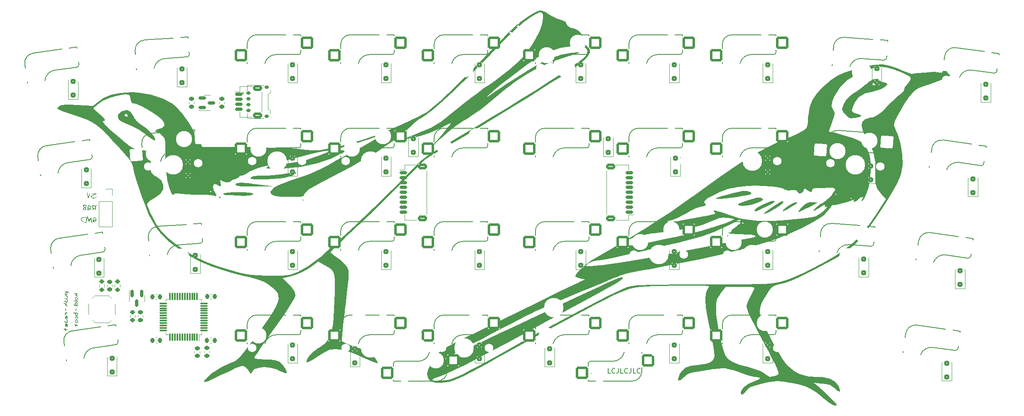
<source format=gbr>
%TF.GenerationSoftware,KiCad,Pcbnew,(7.0.0)*%
%TF.CreationDate,2023-09-12T00:14:53+02:00*%
%TF.ProjectId,tinyv pcb,74696e79-7620-4706-9362-2e6b69636164,rev?*%
%TF.SameCoordinates,Original*%
%TF.FileFunction,Legend,Bot*%
%TF.FilePolarity,Positive*%
%FSLAX46Y46*%
G04 Gerber Fmt 4.6, Leading zero omitted, Abs format (unit mm)*
G04 Created by KiCad (PCBNEW (7.0.0)) date 2023-09-12 00:14:53*
%MOMM*%
%LPD*%
G01*
G04 APERTURE LIST*
G04 Aperture macros list*
%AMRoundRect*
0 Rectangle with rounded corners*
0 $1 Rounding radius*
0 $2 $3 $4 $5 $6 $7 $8 $9 X,Y pos of 4 corners*
0 Add a 4 corners polygon primitive as box body*
4,1,4,$2,$3,$4,$5,$6,$7,$8,$9,$2,$3,0*
0 Add four circle primitives for the rounded corners*
1,1,$1+$1,$2,$3*
1,1,$1+$1,$4,$5*
1,1,$1+$1,$6,$7*
1,1,$1+$1,$8,$9*
0 Add four rect primitives between the rounded corners*
20,1,$1+$1,$2,$3,$4,$5,0*
20,1,$1+$1,$4,$5,$6,$7,0*
20,1,$1+$1,$6,$7,$8,$9,0*
20,1,$1+$1,$8,$9,$2,$3,0*%
G04 Aperture macros list end*
%ADD10C,0.150000*%
%ADD11C,0.120000*%
%ADD12RoundRect,0.225000X0.250000X-0.225000X0.250000X0.225000X-0.250000X0.225000X-0.250000X-0.225000X0*%
%ADD13C,0.500000*%
%ADD14C,3.048000*%
%ADD15C,3.987800*%
%ADD16C,1.750000*%
%ADD17C,3.300000*%
%ADD18RoundRect,0.250000X1.025000X1.000000X-1.025000X1.000000X-1.025000X-1.000000X1.025000X-1.000000X0*%
%ADD19RoundRect,0.250000X0.300000X-0.300000X0.300000X0.300000X-0.300000X0.300000X-0.300000X-0.300000X0*%
%ADD20RoundRect,0.250000X0.952747X1.069064X-1.092260X0.926064X-0.952747X-1.069064X1.092260X-0.926064X0*%
%ADD21RoundRect,0.150000X0.625000X-0.150000X0.625000X0.150000X-0.625000X0.150000X-0.625000X-0.150000X0*%
%ADD22RoundRect,0.250000X0.650000X-0.350000X0.650000X0.350000X-0.650000X0.350000X-0.650000X-0.350000X0*%
%ADD23R,1.800000X1.100000*%
%ADD24RoundRect,0.250000X1.154198X0.847616X-0.875852X1.132920X-1.154198X-0.847616X0.875852X-1.132920X0*%
%ADD25RoundRect,0.250000X0.875852X1.132920X-1.154198X0.847616X-0.875852X-1.132920X1.154198X-0.847616X0*%
%ADD26RoundRect,0.150000X-0.150000X0.587500X-0.150000X-0.587500X0.150000X-0.587500X0.150000X0.587500X0*%
%ADD27R,1.700000X1.700000*%
%ADD28O,1.700000X1.700000*%
%ADD29RoundRect,0.225000X-0.225000X-0.250000X0.225000X-0.250000X0.225000X0.250000X-0.225000X0.250000X0*%
%ADD30RoundRect,0.225000X-0.250000X0.225000X-0.250000X-0.225000X0.250000X-0.225000X0.250000X0.225000X0*%
%ADD31RoundRect,0.250000X-1.025000X-1.000000X1.025000X-1.000000X1.025000X1.000000X-1.025000X1.000000X0*%
%ADD32RoundRect,0.250000X1.092260X0.926064X-0.952747X1.069064X-1.092260X-0.926064X0.952747X-1.069064X0*%
%ADD33RoundRect,0.150000X-0.625000X0.150000X-0.625000X-0.150000X0.625000X-0.150000X0.625000X0.150000X0*%
%ADD34RoundRect,0.250000X-0.650000X0.350000X-0.650000X-0.350000X0.650000X-0.350000X0.650000X0.350000X0*%
%ADD35RoundRect,0.200000X0.275000X-0.200000X0.275000X0.200000X-0.275000X0.200000X-0.275000X-0.200000X0*%
%ADD36RoundRect,0.150000X-0.275000X0.150000X-0.275000X-0.150000X0.275000X-0.150000X0.275000X0.150000X0*%
%ADD37RoundRect,0.175000X-0.225000X0.175000X-0.225000X-0.175000X0.225000X-0.175000X0.225000X0.175000X0*%
%ADD38RoundRect,0.150000X-0.587500X-0.150000X0.587500X-0.150000X0.587500X0.150000X-0.587500X0.150000X0*%
%ADD39RoundRect,0.075000X0.075000X-0.662500X0.075000X0.662500X-0.075000X0.662500X-0.075000X-0.662500X0*%
%ADD40RoundRect,0.075000X0.662500X-0.075000X0.662500X0.075000X-0.662500X0.075000X-0.662500X-0.075000X0*%
%ADD41RoundRect,0.225000X0.225000X0.250000X-0.225000X0.250000X-0.225000X-0.250000X0.225000X-0.250000X0*%
G04 APERTURE END LIST*
D10*
X169212201Y-92236130D02*
X169212201Y-92950416D01*
X169212201Y-92950416D02*
X169164582Y-93093273D01*
X169164582Y-93093273D02*
X169069344Y-93188511D01*
X169069344Y-93188511D02*
X168926487Y-93236130D01*
X168926487Y-93236130D02*
X168831249Y-93236130D01*
X170164582Y-93236130D02*
X169688392Y-93236130D01*
X169688392Y-93236130D02*
X169688392Y-92236130D01*
X171069344Y-93140892D02*
X171021725Y-93188511D01*
X171021725Y-93188511D02*
X170878868Y-93236130D01*
X170878868Y-93236130D02*
X170783630Y-93236130D01*
X170783630Y-93236130D02*
X170640773Y-93188511D01*
X170640773Y-93188511D02*
X170545535Y-93093273D01*
X170545535Y-93093273D02*
X170497916Y-92998035D01*
X170497916Y-92998035D02*
X170450297Y-92807559D01*
X170450297Y-92807559D02*
X170450297Y-92664702D01*
X170450297Y-92664702D02*
X170497916Y-92474226D01*
X170497916Y-92474226D02*
X170545535Y-92378988D01*
X170545535Y-92378988D02*
X170640773Y-92283750D01*
X170640773Y-92283750D02*
X170783630Y-92236130D01*
X170783630Y-92236130D02*
X170878868Y-92236130D01*
X170878868Y-92236130D02*
X171021725Y-92283750D01*
X171021725Y-92283750D02*
X171069344Y-92331369D01*
X171783630Y-92236130D02*
X171783630Y-92950416D01*
X171783630Y-92950416D02*
X171736011Y-93093273D01*
X171736011Y-93093273D02*
X171640773Y-93188511D01*
X171640773Y-93188511D02*
X171497916Y-93236130D01*
X171497916Y-93236130D02*
X171402678Y-93236130D01*
X172736011Y-93236130D02*
X172259821Y-93236130D01*
X172259821Y-93236130D02*
X172259821Y-92236130D01*
X173640773Y-93140892D02*
X173593154Y-93188511D01*
X173593154Y-93188511D02*
X173450297Y-93236130D01*
X173450297Y-93236130D02*
X173355059Y-93236130D01*
X173355059Y-93236130D02*
X173212202Y-93188511D01*
X173212202Y-93188511D02*
X173116964Y-93093273D01*
X173116964Y-93093273D02*
X173069345Y-92998035D01*
X173069345Y-92998035D02*
X173021726Y-92807559D01*
X173021726Y-92807559D02*
X173021726Y-92664702D01*
X173021726Y-92664702D02*
X173069345Y-92474226D01*
X173069345Y-92474226D02*
X173116964Y-92378988D01*
X173116964Y-92378988D02*
X173212202Y-92283750D01*
X173212202Y-92283750D02*
X173355059Y-92236130D01*
X173355059Y-92236130D02*
X173450297Y-92236130D01*
X173450297Y-92236130D02*
X173593154Y-92283750D01*
X173593154Y-92283750D02*
X173640773Y-92331369D01*
X174355059Y-92236130D02*
X174355059Y-92950416D01*
X174355059Y-92950416D02*
X174307440Y-93093273D01*
X174307440Y-93093273D02*
X174212202Y-93188511D01*
X174212202Y-93188511D02*
X174069345Y-93236130D01*
X174069345Y-93236130D02*
X173974107Y-93236130D01*
X175307440Y-93236130D02*
X174831250Y-93236130D01*
X174831250Y-93236130D02*
X174831250Y-92236130D01*
X176212202Y-93140892D02*
X176164583Y-93188511D01*
X176164583Y-93188511D02*
X176021726Y-93236130D01*
X176021726Y-93236130D02*
X175926488Y-93236130D01*
X175926488Y-93236130D02*
X175783631Y-93188511D01*
X175783631Y-93188511D02*
X175688393Y-93093273D01*
X175688393Y-93093273D02*
X175640774Y-92998035D01*
X175640774Y-92998035D02*
X175593155Y-92807559D01*
X175593155Y-92807559D02*
X175593155Y-92664702D01*
X175593155Y-92664702D02*
X175640774Y-92474226D01*
X175640774Y-92474226D02*
X175688393Y-92378988D01*
X175688393Y-92378988D02*
X175783631Y-92283750D01*
X175783631Y-92283750D02*
X175926488Y-92236130D01*
X175926488Y-92236130D02*
X176021726Y-92236130D01*
X176021726Y-92236130D02*
X176164583Y-92283750D01*
X176164583Y-92283750D02*
X176212202Y-92331369D01*
X176926488Y-92236130D02*
X176926488Y-92950416D01*
X176926488Y-92950416D02*
X176878869Y-93093273D01*
X176878869Y-93093273D02*
X176783631Y-93188511D01*
X176783631Y-93188511D02*
X176640774Y-93236130D01*
X176640774Y-93236130D02*
X176545536Y-93236130D01*
X177878869Y-93236130D02*
X177402679Y-93236130D01*
X177402679Y-93236130D02*
X177402679Y-92236130D01*
X178783631Y-93140892D02*
X178736012Y-93188511D01*
X178736012Y-93188511D02*
X178593155Y-93236130D01*
X178593155Y-93236130D02*
X178497917Y-93236130D01*
X178497917Y-93236130D02*
X178355060Y-93188511D01*
X178355060Y-93188511D02*
X178259822Y-93093273D01*
X178259822Y-93093273D02*
X178212203Y-92998035D01*
X178212203Y-92998035D02*
X178164584Y-92807559D01*
X178164584Y-92807559D02*
X178164584Y-92664702D01*
X178164584Y-92664702D02*
X178212203Y-92474226D01*
X178212203Y-92474226D02*
X178259822Y-92378988D01*
X178259822Y-92378988D02*
X178355060Y-92283750D01*
X178355060Y-92283750D02*
X178497917Y-92236130D01*
X178497917Y-92236130D02*
X178593155Y-92236130D01*
X178593155Y-92236130D02*
X178736012Y-92283750D01*
X178736012Y-92283750D02*
X178783631Y-92331369D01*
D11*
%TO.C,C2*%
X86802500Y-38240580D02*
X86802500Y-37959420D01*
X87822500Y-38240580D02*
X87822500Y-37959420D01*
%TO.C,C1*%
X93008750Y-38240580D02*
X93008750Y-37959420D01*
X94028750Y-38240580D02*
X94028750Y-37959420D01*
D10*
%TO.C,MX4*%
X128689824Y-27286030D02*
X128689824Y-27756030D01*
X128689824Y-24206030D02*
X128689824Y-24436030D01*
X128189824Y-28256030D02*
X123625000Y-28256030D01*
X127139824Y-24206030D02*
X128689824Y-24206030D01*
X119739824Y-24206030D02*
X125639824Y-24206030D01*
X117739824Y-29856030D02*
X117739824Y-30096030D01*
X117739824Y-27006030D02*
X117739824Y-26206030D01*
X128189824Y-28256030D02*
G75*
G03*
X128689824Y-27756030I-1J500001D01*
G01*
X123625000Y-28256030D02*
G75*
G03*
X121330678Y-30096030I-863J-2349335D01*
G01*
X119739824Y-24206030D02*
G75*
G03*
X117739824Y-26206030I5J-2000005D01*
G01*
D11*
%TO.C,D21*%
X67505464Y-73647500D02*
X67505464Y-69787500D01*
X69505464Y-73647500D02*
X67505464Y-73647500D01*
X69505464Y-73647500D02*
X69505464Y-69787500D01*
%TO.C,D34*%
X119650000Y-91903750D02*
X119650000Y-88043750D01*
X121650000Y-91903750D02*
X119650000Y-91903750D01*
X121650000Y-91903750D02*
X121650000Y-88043750D01*
D10*
%TO.C,MX23*%
X109639824Y-65386030D02*
X109639824Y-65856030D01*
X109639824Y-62306030D02*
X109639824Y-62536030D01*
X109139824Y-66356030D02*
X104575000Y-66356030D01*
X108089824Y-62306030D02*
X109639824Y-62306030D01*
X100689824Y-62306030D02*
X106589824Y-62306030D01*
X98689824Y-67956030D02*
X98689824Y-68196030D01*
X98689824Y-65106030D02*
X98689824Y-64306030D01*
X109139824Y-66356030D02*
G75*
G03*
X109639824Y-65856030I-1J500001D01*
G01*
X104575000Y-66356030D02*
G75*
G03*
X102280678Y-68196030I-863J-2349335D01*
G01*
X100689824Y-62306030D02*
G75*
G03*
X98689824Y-64306030I5J-2000005D01*
G01*
D11*
%TO.C,D8*%
X203787500Y-33960000D02*
X203787500Y-30100000D01*
X205787500Y-33960000D02*
X203787500Y-33960000D01*
X205787500Y-33960000D02*
X205787500Y-30100000D01*
D10*
%TO.C,MX12*%
X88202355Y-46743855D02*
X88235140Y-47212710D01*
X87987505Y-43671357D02*
X88003549Y-43900797D01*
X87771237Y-47746370D02*
X83217532Y-48064796D01*
X86441281Y-43779480D02*
X87987505Y-43671357D01*
X79059307Y-44295678D02*
X84944935Y-43884114D01*
X77458303Y-50071428D02*
X77475044Y-50310843D01*
X77259497Y-47228370D02*
X77203692Y-46430319D01*
X87771237Y-47746369D02*
G75*
G03*
X88235139Y-47212710I-34880J498782D01*
G01*
X83217532Y-48064796D02*
G75*
G03*
X81057151Y-50060358I163018J-2343669D01*
G01*
X79059307Y-44295678D02*
G75*
G03*
X77203693Y-46430319I139518J-1995132D01*
G01*
D11*
%TO.C,J6*%
X173910000Y-61966250D02*
X176410000Y-61966250D01*
X176410000Y-61966250D02*
X176410000Y-60916250D01*
X176410000Y-60916250D02*
X177400000Y-60916250D01*
X171940000Y-60796250D02*
X171940000Y-51916250D01*
X173910000Y-50746250D02*
X176410000Y-50746250D01*
X176410000Y-50746250D02*
X176410000Y-51796250D01*
%TO.C,D33*%
X106950000Y-91110000D02*
X106950000Y-87250000D01*
X108950000Y-91110000D02*
X106950000Y-91110000D01*
X108950000Y-91110000D02*
X108950000Y-87250000D01*
%TO.C,D23*%
X106950000Y-72060000D02*
X106950000Y-68200000D01*
X108950000Y-72060000D02*
X106950000Y-72060000D01*
X108950000Y-72060000D02*
X108950000Y-68200000D01*
D10*
%TO.C,MX34*%
X128689824Y-84436030D02*
X128689824Y-84906030D01*
X128689824Y-81356030D02*
X128689824Y-81586030D01*
X128189824Y-85406030D02*
X123625000Y-85406030D01*
X127139824Y-81356030D02*
X128689824Y-81356030D01*
X119739824Y-81356030D02*
X125639824Y-81356030D01*
X117739824Y-87006030D02*
X117739824Y-87246030D01*
X117739824Y-84156030D02*
X117739824Y-83356030D01*
X128189824Y-85406030D02*
G75*
G03*
X128689824Y-84906030I-1J500001D01*
G01*
X123625000Y-85406030D02*
G75*
G03*
X121330678Y-87246030I-863J-2349335D01*
G01*
X119739824Y-81356030D02*
G75*
G03*
X117739824Y-83356030I5J-2000005D01*
G01*
D11*
%TO.C,D2*%
X84421634Y-34808148D02*
X84421634Y-30948148D01*
X86421634Y-34808148D02*
X84421634Y-34808148D01*
X86421634Y-34808148D02*
X86421634Y-30948148D01*
D10*
%TO.C,MX8*%
X206477324Y-27286030D02*
X206477324Y-27756030D01*
X206477324Y-24206030D02*
X206477324Y-24436030D01*
X205977324Y-28256030D02*
X201412500Y-28256030D01*
X204927324Y-24206030D02*
X206477324Y-24206030D01*
X197527324Y-24206030D02*
X203427324Y-24206030D01*
X195527324Y-29856030D02*
X195527324Y-30096030D01*
X195527324Y-27006030D02*
X195527324Y-26206030D01*
X205977324Y-28256030D02*
G75*
G03*
X206477324Y-27756030I-1J500001D01*
G01*
X201412500Y-28256030D02*
G75*
G03*
X199118178Y-30096030I-863J-2349335D01*
G01*
X197527324Y-24206030D02*
G75*
G03*
X195527324Y-26206030I5J-2000005D01*
G01*
D11*
%TO.C,SW1*%
X71776250Y-81208750D02*
X71776250Y-79128750D01*
X70506250Y-82888750D02*
X70996250Y-82398750D01*
X70506250Y-82888750D02*
X67606250Y-82888750D01*
X70506250Y-77448750D02*
X70996250Y-77938750D01*
X70506250Y-77448750D02*
X67606250Y-77448750D01*
X67606250Y-82888750D02*
X67116250Y-82398750D01*
X67606250Y-77448750D02*
X67116250Y-77938750D01*
X66336250Y-81208750D02*
X66336250Y-79128750D01*
D10*
%TO.C,MX40*%
X243606464Y-87729406D02*
X243541052Y-88194832D01*
X244035117Y-84679380D02*
X244003107Y-84907142D01*
X242976332Y-88620379D02*
X238455932Y-87985079D01*
X242500201Y-84463662D02*
X244035117Y-84679380D01*
X235172218Y-83433781D02*
X241014799Y-84254902D01*
X232405354Y-88750449D02*
X232371952Y-88988114D01*
X232801997Y-85928185D02*
X232913335Y-85135971D01*
X242976332Y-88620378D02*
G75*
G03*
X243541052Y-88194832I69586J495134D01*
G01*
X238455932Y-87985079D02*
G75*
G03*
X235927861Y-89487864I-327818J-2326351D01*
G01*
X235172218Y-83433781D02*
G75*
G03*
X232913336Y-85135971I-278342J-1980542D01*
G01*
D11*
%TO.C,D28*%
X203787500Y-72060000D02*
X203787500Y-68200000D01*
X205787500Y-72060000D02*
X203787500Y-72060000D01*
X205787500Y-72060000D02*
X205787500Y-68200000D01*
D10*
%TO.C,MX15*%
X147739824Y-46336030D02*
X147739824Y-46806030D01*
X147739824Y-43256030D02*
X147739824Y-43486030D01*
X147239824Y-47306030D02*
X142675000Y-47306030D01*
X146189824Y-43256030D02*
X147739824Y-43256030D01*
X138789824Y-43256030D02*
X144689824Y-43256030D01*
X136789824Y-48906030D02*
X136789824Y-49146030D01*
X136789824Y-46056030D02*
X136789824Y-45256030D01*
X147239824Y-47306030D02*
G75*
G03*
X147739824Y-46806030I-1J500001D01*
G01*
X142675000Y-47306030D02*
G75*
G03*
X140380678Y-49146030I-863J-2349335D01*
G01*
X138789824Y-43256030D02*
G75*
G03*
X136789824Y-45256030I5J-2000005D01*
G01*
%TO.C,MX27*%
X187427324Y-65386030D02*
X187427324Y-65856030D01*
X187427324Y-62306030D02*
X187427324Y-62536030D01*
X186927324Y-66356030D02*
X182362500Y-66356030D01*
X185877324Y-62306030D02*
X187427324Y-62306030D01*
X178477324Y-62306030D02*
X184377324Y-62306030D01*
X176477324Y-67956030D02*
X176477324Y-68196030D01*
X176477324Y-65106030D02*
X176477324Y-64306030D01*
X186927324Y-66356030D02*
G75*
G03*
X187427324Y-65856030I-1J500001D01*
G01*
X182362500Y-66356030D02*
G75*
G03*
X180068178Y-68196030I-863J-2349335D01*
G01*
X178477324Y-62306030D02*
G75*
G03*
X176477324Y-64306030I5J-2000005D01*
G01*
%TO.C,MX1*%
X64351340Y-29782316D02*
X64416751Y-30247742D01*
X63922687Y-26732290D02*
X63954697Y-26960052D01*
X63991204Y-30812462D02*
X59470804Y-31447763D01*
X62387771Y-26948008D02*
X63922687Y-26732290D01*
X55059788Y-27977889D02*
X60902369Y-27156768D01*
X53865579Y-33851250D02*
X53898981Y-34088914D01*
X53468936Y-31028986D02*
X53357598Y-30236772D01*
X63991204Y-30812461D02*
G75*
G03*
X64416750Y-30247742I-69588J495134D01*
G01*
X59470804Y-31447764D02*
G75*
G03*
X57454889Y-33589164I326110J-2326591D01*
G01*
X55059788Y-27977890D02*
G75*
G03*
X53357598Y-30236772I278351J-1980540D01*
G01*
D11*
%TO.C,Q1*%
X77760000Y-77972814D02*
X77760000Y-77322814D01*
X77760000Y-77972814D02*
X77760000Y-78622814D01*
X74640000Y-77972814D02*
X74640000Y-76297814D01*
X74640000Y-77972814D02*
X74640000Y-78622814D01*
%TO.C,G\u002A\u002A\u002A*%
G36*
X110222464Y-57908798D02*
G01*
X110079768Y-58051494D01*
X109937071Y-57908798D01*
X110079768Y-57766101D01*
X110222464Y-57908798D01*
G37*
G36*
X93289131Y-57290446D02*
G01*
X93333780Y-57376287D01*
X93098869Y-57480708D01*
X92947783Y-57460112D01*
X92908607Y-57290446D01*
X92950436Y-57256290D01*
X93289131Y-57290446D01*
G37*
G36*
X98793830Y-54484966D02*
G01*
X100627623Y-54685386D01*
X104086509Y-55118992D01*
X100321892Y-55158277D01*
X98844517Y-55155149D01*
X97580660Y-55110253D01*
X96733470Y-55026979D01*
X96379646Y-54910153D01*
X96335393Y-54660963D01*
X96677318Y-54471188D01*
X97486929Y-54413044D01*
X98793830Y-54484966D01*
G37*
G36*
X98022388Y-56355636D02*
G01*
X98997925Y-56403041D01*
X99687107Y-56486207D01*
X99948307Y-56605572D01*
X99732766Y-56825368D01*
X99163476Y-57006216D01*
X98878292Y-57039945D01*
X97968579Y-57068309D01*
X96951678Y-57027653D01*
X96535559Y-56997405D01*
X95452863Y-56937405D01*
X94580340Y-56912402D01*
X94497357Y-56911282D01*
X93928711Y-56823066D01*
X93812352Y-56624528D01*
X94089251Y-56514876D01*
X94793929Y-56423613D01*
X95778763Y-56366360D01*
X96902125Y-56343555D01*
X98022388Y-56355636D01*
G37*
G36*
X108583930Y-52275313D02*
G01*
X108714344Y-52424921D01*
X108355142Y-52710071D01*
X108098889Y-52826990D01*
X107330889Y-53092262D01*
X106392089Y-53352502D01*
X106009530Y-53431113D01*
X105015304Y-53564083D01*
X103824098Y-53661706D01*
X102563458Y-53721015D01*
X101360932Y-53739040D01*
X100344069Y-53712814D01*
X99640416Y-53639369D01*
X99377521Y-53515736D01*
X99377521Y-53514953D01*
X99550307Y-53230847D01*
X100107714Y-53044741D01*
X101110576Y-52945492D01*
X102619726Y-52921960D01*
X102663876Y-52922147D01*
X104057331Y-52869522D01*
X105486100Y-52725276D01*
X106647558Y-52519636D01*
X107120678Y-52412440D01*
X108030506Y-52268677D01*
X108583930Y-52275313D01*
G37*
G36*
X75401692Y-40642506D02*
G01*
X75548662Y-40865147D01*
X75700502Y-41161391D01*
X76432776Y-42106289D01*
X77549080Y-42903962D01*
X78343798Y-43453212D01*
X79160715Y-44218486D01*
X79746523Y-44985852D01*
X79970779Y-45609573D01*
X79967694Y-45656537D01*
X79745585Y-45768198D01*
X79167640Y-45451310D01*
X78227252Y-44702436D01*
X77722451Y-44307586D01*
X76555433Y-43552121D01*
X75404487Y-42963196D01*
X75070517Y-42821951D01*
X73873365Y-42301195D01*
X73092831Y-41918458D01*
X72635725Y-41614679D01*
X72408853Y-41330795D01*
X72319023Y-41007746D01*
X72368781Y-40642506D01*
X73692127Y-40642506D01*
X73746581Y-40778895D01*
X74137060Y-40927899D01*
X74340912Y-40886831D01*
X74405610Y-40642506D01*
X74347196Y-40564564D01*
X73960677Y-40357112D01*
X73896962Y-40365281D01*
X73692127Y-40642506D01*
X72368781Y-40642506D01*
X72384415Y-40527751D01*
X72944658Y-39925047D01*
X73345430Y-39699380D01*
X74201577Y-39538335D01*
X74927233Y-39923763D01*
X75401692Y-40642506D01*
G37*
G36*
X168570054Y-27455023D02*
G01*
X168593785Y-27719016D01*
X168317997Y-28335779D01*
X168221383Y-28491537D01*
X167654756Y-29132722D01*
X166798536Y-29904858D01*
X165797329Y-30673817D01*
X165383484Y-30959984D01*
X164138905Y-31787913D01*
X162500730Y-32847196D01*
X160536108Y-34096623D01*
X158312186Y-35494981D01*
X155896112Y-37001060D01*
X153355035Y-38573648D01*
X150756102Y-40171532D01*
X148166462Y-41753502D01*
X145653262Y-43278346D01*
X143283650Y-44704852D01*
X141124774Y-45991808D01*
X139243782Y-47098004D01*
X137707822Y-47982227D01*
X136584043Y-48603266D01*
X136019878Y-48932189D01*
X135123044Y-49575164D01*
X134100128Y-50456609D01*
X132873545Y-51644996D01*
X131365713Y-53208798D01*
X130363282Y-54250454D01*
X128911183Y-55719531D01*
X127226574Y-57392882D01*
X125408786Y-59172662D01*
X123557148Y-60961024D01*
X121770989Y-62660126D01*
X121292353Y-63111883D01*
X119781009Y-64545419D01*
X118429147Y-65838242D01*
X117288187Y-66940455D01*
X116409551Y-67802163D01*
X115844660Y-68373469D01*
X115644936Y-68604477D01*
X115649591Y-68624926D01*
X115924272Y-68894528D01*
X116492519Y-69274052D01*
X116726266Y-69422598D01*
X117539610Y-70027592D01*
X118347575Y-70724901D01*
X118675854Y-71045501D01*
X119121445Y-71617712D01*
X119313713Y-72254125D01*
X119355049Y-73206999D01*
X119354734Y-73253909D01*
X119311154Y-74058977D01*
X119202356Y-75302780D01*
X119040297Y-76869102D01*
X118836934Y-78641728D01*
X118604226Y-80504442D01*
X118555225Y-80883903D01*
X118341967Y-82619515D01*
X118170549Y-84154605D01*
X118049986Y-85397942D01*
X117989293Y-86258295D01*
X117997486Y-86644434D01*
X118194495Y-86813118D01*
X118845898Y-87141714D01*
X119832553Y-87543416D01*
X121034465Y-87966010D01*
X122150937Y-88342242D01*
X123133413Y-88722130D01*
X123792184Y-89072151D01*
X124252055Y-89461323D01*
X124637834Y-89958664D01*
X124829579Y-90248403D01*
X125200842Y-90866786D01*
X125348307Y-91207314D01*
X125318946Y-91242738D01*
X124901647Y-91165636D01*
X124001267Y-90824081D01*
X122631746Y-90223711D01*
X120807024Y-89370165D01*
X119957505Y-89005954D01*
X118332386Y-88514353D01*
X116818956Y-88303265D01*
X115589064Y-88404492D01*
X115497191Y-88433932D01*
X114867398Y-88731971D01*
X113969424Y-89242568D01*
X112965824Y-89874623D01*
X112647403Y-90081569D01*
X111776266Y-90608740D01*
X111132816Y-90940234D01*
X110837891Y-91011490D01*
X110777550Y-90701221D01*
X111040122Y-90114259D01*
X111576659Y-89415854D01*
X112286938Y-88732606D01*
X113070731Y-88191112D01*
X113385941Y-88013451D01*
X114581973Y-87152554D01*
X115398047Y-86134635D01*
X115916086Y-84827106D01*
X116218014Y-83097377D01*
X116325793Y-81883573D01*
X116427095Y-80295933D01*
X116509696Y-78548482D01*
X116562233Y-76847520D01*
X116584843Y-75571547D01*
X116572606Y-74221460D01*
X116472958Y-73259057D01*
X116245294Y-72578172D01*
X115849012Y-72072642D01*
X115243509Y-71636300D01*
X114388182Y-71162982D01*
X113163518Y-70513299D01*
X112192430Y-71242608D01*
X111267469Y-71868510D01*
X109804554Y-72669824D01*
X108338986Y-73293269D01*
X107085392Y-73638170D01*
X105898900Y-73827897D01*
X107204502Y-75153431D01*
X107764440Y-75760774D01*
X108333787Y-76589947D01*
X108510105Y-77285499D01*
X108472128Y-77507539D01*
X108216354Y-78109348D01*
X107700271Y-79016666D01*
X106901293Y-80265711D01*
X105796836Y-81892700D01*
X104364314Y-83933853D01*
X103452942Y-85223919D01*
X102401355Y-86728374D01*
X101500282Y-88035377D01*
X100795186Y-89078281D01*
X100331526Y-89790438D01*
X100154764Y-90105202D01*
X100153428Y-90113989D01*
X100374462Y-90296084D01*
X101105122Y-90404688D01*
X102374150Y-90444190D01*
X103394495Y-90475419D01*
X104563921Y-90612723D01*
X105257349Y-90847752D01*
X105549267Y-91101956D01*
X106025524Y-91684256D01*
X106460540Y-92358144D01*
X106745015Y-92947971D01*
X106769652Y-93278090D01*
X106593461Y-93265939D01*
X106025281Y-93066243D01*
X105225478Y-92708207D01*
X104767837Y-92509527D01*
X103481688Y-92147432D01*
X102196477Y-92020087D01*
X101044790Y-92120969D01*
X100159211Y-92443557D01*
X99672325Y-92981331D01*
X99634071Y-93080483D01*
X99470057Y-93359202D01*
X99268060Y-93234650D01*
X98911676Y-92657231D01*
X98388252Y-91999167D01*
X97776398Y-91729703D01*
X97729201Y-91733270D01*
X97183009Y-91895411D01*
X96265656Y-92263401D01*
X95092998Y-92788204D01*
X93780892Y-93420783D01*
X93377818Y-93621227D01*
X91846749Y-94363824D01*
X90774677Y-94841272D01*
X90128064Y-95061990D01*
X89873371Y-95034396D01*
X89977058Y-94766907D01*
X90405587Y-94267941D01*
X91525210Y-93242043D01*
X93316213Y-92031094D01*
X95167429Y-91203934D01*
X95168942Y-91203444D01*
X95772914Y-90983506D01*
X96286892Y-90708873D01*
X96796787Y-90298726D01*
X97388512Y-89672244D01*
X98147980Y-88748609D01*
X99161103Y-87447000D01*
X100379262Y-85851081D01*
X101921032Y-83771293D01*
X103126623Y-82053606D01*
X104020945Y-80658341D01*
X104628907Y-79545824D01*
X104975418Y-78676376D01*
X105085386Y-78010320D01*
X105075796Y-77688191D01*
X104939216Y-77008514D01*
X104570002Y-76409400D01*
X103878446Y-75773296D01*
X102774838Y-74982652D01*
X102172331Y-74626198D01*
X100811513Y-74084120D01*
X99011726Y-73648709D01*
X97726094Y-73371910D01*
X95510532Y-72787842D01*
X93235412Y-72076855D01*
X91056616Y-71292674D01*
X89130023Y-70489024D01*
X87611515Y-69719627D01*
X87213263Y-69485998D01*
X84781429Y-67945714D01*
X82820792Y-66465412D01*
X81259084Y-64977524D01*
X80024038Y-63414484D01*
X79043386Y-61708724D01*
X78659756Y-60878615D01*
X78011948Y-59326590D01*
X77348945Y-57589097D01*
X76719990Y-55807618D01*
X76174327Y-54123636D01*
X75761202Y-52678632D01*
X75529858Y-51614089D01*
X75498928Y-51424205D01*
X75347293Y-50823984D01*
X75074528Y-50237903D01*
X74611295Y-49560258D01*
X73888259Y-48685346D01*
X72836083Y-47507465D01*
X72748078Y-47410633D01*
X71213777Y-45739269D01*
X69960465Y-44431282D01*
X68899874Y-43422000D01*
X67943737Y-42646751D01*
X67003788Y-42040865D01*
X65991757Y-41539669D01*
X64819380Y-41078492D01*
X63398388Y-40592662D01*
X62870128Y-40418141D01*
X61549298Y-39974754D01*
X60678466Y-39657081D01*
X60187487Y-39426034D01*
X60006215Y-39242526D01*
X60018442Y-39205806D01*
X67303999Y-39205806D01*
X68708135Y-40494942D01*
X69015363Y-40781298D01*
X69590475Y-41374084D01*
X69762038Y-41690501D01*
X69565658Y-41784079D01*
X69492849Y-41785174D01*
X69257275Y-41858526D01*
X69367536Y-42120493D01*
X69857272Y-42673701D01*
X70219178Y-43033242D01*
X71019090Y-43772586D01*
X72030135Y-44668261D01*
X73117153Y-45598982D01*
X73797108Y-46167840D01*
X74678101Y-46872395D01*
X75342429Y-47316283D01*
X75926354Y-47568845D01*
X76566140Y-47699416D01*
X77398052Y-47777337D01*
X79257296Y-47920034D01*
X79167442Y-48776214D01*
X79141290Y-49059204D01*
X79075563Y-50008872D01*
X79024746Y-51048034D01*
X79011524Y-51704988D01*
X79103556Y-52293212D01*
X79428378Y-52685126D01*
X80100454Y-53098964D01*
X80106408Y-53102320D01*
X81141647Y-53903005D01*
X81626092Y-54791456D01*
X81563018Y-55718586D01*
X80955699Y-56635309D01*
X79807409Y-57492536D01*
X79088960Y-57946541D01*
X78488919Y-58425260D01*
X78258419Y-58752876D01*
X78288169Y-58895633D01*
X78516085Y-59500161D01*
X78919748Y-60409769D01*
X79440489Y-61488677D01*
X80169590Y-62813856D01*
X81105955Y-64143372D01*
X82242787Y-65358078D01*
X83688111Y-66571268D01*
X85549949Y-67896236D01*
X86929674Y-68786431D01*
X88699973Y-69786034D01*
X90541330Y-70639189D01*
X92618596Y-71420276D01*
X95096622Y-72203675D01*
X95689818Y-72377792D01*
X97134418Y-72775203D01*
X98335977Y-73039570D01*
X99497938Y-73202273D01*
X100823746Y-73294693D01*
X102516846Y-73348211D01*
X102727316Y-73352602D01*
X104249966Y-73360195D01*
X105640517Y-73328471D01*
X106752900Y-73262763D01*
X107441044Y-73168406D01*
X109029826Y-72607912D01*
X111142209Y-71433354D01*
X113417875Y-69729783D01*
X113678214Y-69510259D01*
X114967954Y-68383894D01*
X116562712Y-66944260D01*
X118384714Y-65265360D01*
X120356188Y-63421195D01*
X122399363Y-61485767D01*
X124436465Y-59533079D01*
X126389724Y-57637132D01*
X128181366Y-55871928D01*
X129733620Y-54311470D01*
X130968714Y-53029758D01*
X131599530Y-52364500D01*
X133040917Y-50906429D01*
X134252573Y-49792182D01*
X135321811Y-48944594D01*
X136335947Y-48286500D01*
X138223920Y-47187290D01*
X141632086Y-45182887D01*
X145047747Y-43150046D01*
X148414963Y-41123314D01*
X151677791Y-39137241D01*
X154780292Y-37226376D01*
X157666524Y-35425268D01*
X160280546Y-33768466D01*
X162566417Y-32290518D01*
X164468196Y-31025974D01*
X165929943Y-30009382D01*
X166608848Y-29502490D01*
X167525966Y-28694528D01*
X167985996Y-28034087D01*
X168026135Y-27455023D01*
X167683581Y-26891194D01*
X167642874Y-26846750D01*
X167308224Y-26566349D01*
X166872370Y-26430154D01*
X166180383Y-26414706D01*
X165077333Y-26496544D01*
X162681309Y-26864583D01*
X160064453Y-27676101D01*
X157816596Y-28865208D01*
X157162999Y-29315107D01*
X155953996Y-30181160D01*
X154580403Y-31195028D01*
X153131719Y-32287691D01*
X151697442Y-33390127D01*
X150367071Y-34433316D01*
X149230104Y-35348238D01*
X148376039Y-36065870D01*
X147894374Y-36517193D01*
X147658450Y-36795360D01*
X147631060Y-36912573D01*
X147984044Y-36702735D01*
X148750554Y-36151694D01*
X148933890Y-36017969D01*
X150042726Y-35248269D01*
X151440192Y-34324020D01*
X153017344Y-33312732D01*
X154665237Y-32281917D01*
X156274927Y-31299085D01*
X157737471Y-30431747D01*
X158943925Y-29747416D01*
X159785344Y-29313600D01*
X160528248Y-29010941D01*
X161941383Y-28557191D01*
X163469431Y-28174031D01*
X164899037Y-27912478D01*
X166016846Y-27823547D01*
X166216095Y-27829824D01*
X166450286Y-27881612D01*
X166206644Y-28006294D01*
X165446060Y-28231846D01*
X163463256Y-28815137D01*
X160713682Y-29777972D01*
X158183644Y-30888594D01*
X155762052Y-32209741D01*
X153337819Y-33804152D01*
X150799855Y-35734565D01*
X148037071Y-38063719D01*
X147549675Y-38473021D01*
X146233228Y-39481287D01*
X144759661Y-40512720D01*
X143365836Y-41398235D01*
X142918927Y-41672807D01*
X141351469Y-42744638D01*
X139747535Y-43975521D01*
X138371454Y-45166042D01*
X138009587Y-45505305D01*
X137153093Y-46293756D01*
X136673615Y-46702080D01*
X136573094Y-46722338D01*
X136853469Y-46346591D01*
X137516681Y-45566902D01*
X138564668Y-44375332D01*
X138857386Y-44041437D01*
X139538029Y-43232517D01*
X140011323Y-42621617D01*
X140188756Y-42320710D01*
X140170697Y-42300745D01*
X139830271Y-42395806D01*
X139147342Y-42714338D01*
X138238585Y-43203522D01*
X137497137Y-43588368D01*
X135685672Y-44335513D01*
X133792456Y-44901402D01*
X133457757Y-44980303D01*
X132063956Y-45289368D01*
X131216483Y-45436047D01*
X130914302Y-45419306D01*
X131156376Y-45238107D01*
X131941668Y-44891414D01*
X133269141Y-44378190D01*
X134010108Y-44098029D01*
X135114009Y-43653250D01*
X136074066Y-43207380D01*
X136987252Y-42699601D01*
X137950540Y-42069093D01*
X139060905Y-41255040D01*
X140415318Y-40196621D01*
X142110753Y-38833019D01*
X142664820Y-38388178D01*
X144152247Y-37223172D01*
X145641201Y-36092844D01*
X146985028Y-35107460D01*
X148037071Y-34377281D01*
X149144333Y-33616542D01*
X150683255Y-32475895D01*
X152180172Y-31283125D01*
X153526008Y-30129135D01*
X154611687Y-29104824D01*
X155328135Y-28301094D01*
X155950707Y-27454094D01*
X156847148Y-26146210D01*
X157558797Y-24949499D01*
X158211413Y-23661607D01*
X158391864Y-23256402D01*
X158798877Y-22060021D01*
X159002293Y-20972578D01*
X158984801Y-20127891D01*
X158729090Y-19659780D01*
X158711166Y-19649818D01*
X158208572Y-19687147D01*
X157382908Y-20082211D01*
X156302239Y-20783807D01*
X155034630Y-21740731D01*
X153648148Y-22901781D01*
X152210858Y-24215753D01*
X150790825Y-25631444D01*
X148326777Y-28184921D01*
X145336786Y-31226141D01*
X142644524Y-33894802D01*
X140261524Y-36180127D01*
X138199319Y-38071338D01*
X136469442Y-39557659D01*
X135083425Y-40628313D01*
X134052801Y-41272523D01*
X133840317Y-41387295D01*
X132943536Y-42007147D01*
X132242755Y-42679016D01*
X131795853Y-43151888D01*
X130861754Y-43978136D01*
X129633564Y-44960533D01*
X128219419Y-46016342D01*
X126727454Y-47062824D01*
X125265808Y-48017241D01*
X124730577Y-48344352D01*
X123385006Y-49134718D01*
X121716480Y-50086411D01*
X119845581Y-51132804D01*
X117892891Y-52207270D01*
X115978992Y-53243182D01*
X114224466Y-54173913D01*
X112749895Y-54932837D01*
X112660426Y-54978008D01*
X111419964Y-55664127D01*
X110669845Y-56224055D01*
X110357707Y-56696393D01*
X110319390Y-56835293D01*
X110190821Y-57072123D01*
X109917890Y-57215656D01*
X109394040Y-57285456D01*
X108512714Y-57301084D01*
X107167357Y-57282103D01*
X105849083Y-57240832D01*
X104764967Y-57151820D01*
X104080234Y-57006390D01*
X103703128Y-56791548D01*
X103495650Y-56553242D01*
X103460426Y-56220857D01*
X103820192Y-55744479D01*
X103853941Y-55707162D01*
X104112969Y-55443072D01*
X104412972Y-55213223D01*
X104837320Y-54981684D01*
X105469388Y-54712520D01*
X106392547Y-54369799D01*
X107690170Y-53917587D01*
X109445629Y-53319952D01*
X109466487Y-53312872D01*
X111016317Y-52748035D01*
X112546386Y-52124161D01*
X113881336Y-51516564D01*
X114845807Y-51000563D01*
X115197781Y-50789135D01*
X116265952Y-50179310D01*
X117639581Y-49423287D01*
X119179245Y-48597239D01*
X120745521Y-47777337D01*
X121131711Y-47576806D01*
X122681486Y-46743516D01*
X123863391Y-46059606D01*
X124654359Y-45544114D01*
X125031326Y-45216080D01*
X124971223Y-45094541D01*
X124450986Y-45198536D01*
X123447549Y-45547104D01*
X123006669Y-45707277D01*
X121791592Y-46110150D01*
X120356744Y-46550358D01*
X118926959Y-46957742D01*
X118327242Y-47121192D01*
X117291465Y-47411804D01*
X116737972Y-47593664D01*
X116618215Y-47693640D01*
X116883648Y-47738602D01*
X117485723Y-47755419D01*
X118112955Y-47783500D01*
X118151643Y-47792171D01*
X118544603Y-47880243D01*
X118551570Y-48070615D01*
X118106552Y-48381673D01*
X117182243Y-48840475D01*
X115751338Y-49474079D01*
X113098673Y-50427993D01*
X109631561Y-51197312D01*
X106084262Y-51495381D01*
X104700194Y-51512402D01*
X103613410Y-51513988D01*
X102955396Y-51490465D01*
X102650978Y-51435114D01*
X102624984Y-51341218D01*
X102802240Y-51202056D01*
X103043862Y-50979536D01*
X102789782Y-50944278D01*
X102048423Y-51103195D01*
X100843767Y-51453211D01*
X100028091Y-51740550D01*
X99169735Y-52123200D01*
X98657505Y-52452088D01*
X98289813Y-52722090D01*
X97679721Y-52914416D01*
X97361168Y-52976679D01*
X96808981Y-53342506D01*
X96548426Y-53563315D01*
X95917857Y-53770596D01*
X95619438Y-53819279D01*
X95382015Y-54055989D01*
X95341847Y-54171764D01*
X94953245Y-54324302D01*
X94317831Y-54280133D01*
X93641701Y-54041028D01*
X93345085Y-53901305D01*
X93178507Y-53980922D01*
X93271024Y-54499844D01*
X93360366Y-54916007D01*
X93279503Y-55114682D01*
X92870889Y-54942895D01*
X92458957Y-54749758D01*
X92036791Y-54626775D01*
X91831967Y-54769826D01*
X91753473Y-55254378D01*
X91867463Y-55872724D01*
X92044936Y-56196438D01*
X92158783Y-56404098D01*
X92185096Y-56433767D01*
X92449926Y-56904018D01*
X92351539Y-57154146D01*
X91939135Y-57041394D01*
X91876163Y-57014637D01*
X91324236Y-56927959D01*
X90405087Y-56876542D01*
X89280260Y-56870754D01*
X89228507Y-56871592D01*
X87848843Y-56857259D01*
X86448107Y-56786114D01*
X85321903Y-56672931D01*
X84766381Y-56597589D01*
X84076055Y-56550140D01*
X83748993Y-56640907D01*
X83656844Y-56886342D01*
X83612521Y-56968087D01*
X83401594Y-56743609D01*
X83111889Y-56196438D01*
X91101116Y-56196438D01*
X91243813Y-56339135D01*
X91386509Y-56196438D01*
X91243813Y-56053742D01*
X91101116Y-56196438D01*
X83111889Y-56196438D01*
X83080607Y-56137356D01*
X82859547Y-55572799D01*
X82469549Y-54054780D01*
X82187818Y-52190573D01*
X82083381Y-50794288D01*
X103997362Y-50794288D01*
X104235947Y-50822174D01*
X104937493Y-50751992D01*
X106084262Y-50593898D01*
X107826268Y-50325323D01*
X109426578Y-50029283D01*
X110789017Y-49702247D01*
X112089637Y-49301258D01*
X113504487Y-48783360D01*
X116073026Y-47792171D01*
X114387043Y-47972030D01*
X113894760Y-48046012D01*
X112764954Y-48277078D01*
X111310364Y-48620825D01*
X109665706Y-49044844D01*
X107965695Y-49516730D01*
X106236757Y-50020665D01*
X104980029Y-50403689D01*
X104239477Y-50658178D01*
X103997362Y-50794288D01*
X82083381Y-50794288D01*
X82033539Y-50127927D01*
X82025895Y-48014589D01*
X82050121Y-47180892D01*
X82042076Y-46247540D01*
X81953047Y-45639678D01*
X81754861Y-45208178D01*
X81419346Y-44803915D01*
X81350961Y-44732968D01*
X80785441Y-44260512D01*
X80349121Y-44067225D01*
X80076888Y-44029395D01*
X79968886Y-43833291D01*
X80251485Y-43568912D01*
X80846243Y-43349506D01*
X81298708Y-43215114D01*
X81810912Y-42814165D01*
X81784327Y-42233014D01*
X81220772Y-41462505D01*
X81138650Y-41380480D01*
X80411929Y-40792054D01*
X79408385Y-40117811D01*
X78275764Y-39441980D01*
X77161810Y-38848788D01*
X76214269Y-38422465D01*
X75580885Y-38247239D01*
X75415069Y-38227563D01*
X75046214Y-37965562D01*
X74886967Y-37289135D01*
X74790346Y-36718765D01*
X74504548Y-36421853D01*
X73846804Y-36361607D01*
X73311518Y-36397795D01*
X71990874Y-36670345D01*
X70562769Y-37142329D01*
X69252725Y-37732682D01*
X68286265Y-38360340D01*
X67303999Y-39205806D01*
X60018442Y-39205806D01*
X60064505Y-39067468D01*
X60292211Y-38861772D01*
X60603766Y-38657034D01*
X61037400Y-38518755D01*
X61684138Y-38459368D01*
X62662522Y-38468729D01*
X64091090Y-38536693D01*
X67270779Y-38713003D01*
X68358840Y-37839710D01*
X69411358Y-37119311D01*
X70985223Y-36443209D01*
X72849955Y-36069839D01*
X75119094Y-35967759D01*
X76528623Y-36040318D01*
X79056866Y-36459499D01*
X81399568Y-37210420D01*
X83390600Y-38247297D01*
X84213369Y-38900654D01*
X85508496Y-40316412D01*
X86850447Y-42217645D01*
X88204639Y-44559011D01*
X89531453Y-47063854D01*
X97522464Y-47124475D01*
X99535358Y-47147822D01*
X101790774Y-47191677D01*
X103926570Y-47250614D01*
X105829955Y-47320962D01*
X107388136Y-47399053D01*
X108488323Y-47481216D01*
X109272782Y-47554746D01*
X110708032Y-47669003D01*
X111990088Y-47747552D01*
X112911918Y-47776569D01*
X113438674Y-47745004D01*
X114673861Y-47565995D01*
X116240214Y-47256081D01*
X118006279Y-46846524D01*
X119840603Y-46368587D01*
X121611731Y-45853534D01*
X123188210Y-45332626D01*
X123561339Y-45197156D01*
X125067495Y-44620861D01*
X126766366Y-43934552D01*
X128554494Y-43183669D01*
X130328418Y-42413655D01*
X131984677Y-41669953D01*
X133419810Y-40998003D01*
X134530357Y-40443250D01*
X135212858Y-40051134D01*
X135452826Y-39880849D01*
X136528346Y-39018758D01*
X137946228Y-37765061D01*
X139677772Y-36146969D01*
X141694282Y-34191698D01*
X143967060Y-31926461D01*
X146467408Y-29378472D01*
X147114307Y-28713269D01*
X148540042Y-27250541D01*
X149891159Y-25868611D01*
X151087007Y-24649753D01*
X152046937Y-23676242D01*
X152690297Y-23030351D01*
X152756381Y-22965479D01*
X153668331Y-22163290D01*
X154762166Y-21325716D01*
X155914368Y-20533578D01*
X157001420Y-19867700D01*
X157899803Y-19408904D01*
X158485999Y-19238011D01*
X158771706Y-19310822D01*
X159451988Y-19625281D01*
X160278306Y-20103887D01*
X160818837Y-20418639D01*
X161836252Y-20902381D01*
X162688675Y-21185734D01*
X162940836Y-21244474D01*
X163581368Y-21541484D01*
X163824836Y-22031747D01*
X164013800Y-22468765D01*
X164681016Y-22824707D01*
X165442283Y-23012025D01*
X166242275Y-23360778D01*
X166720002Y-23889267D01*
X167026049Y-24719144D01*
X167095988Y-24951711D01*
X167528258Y-25924752D01*
X168062819Y-26698357D01*
X168161999Y-26803843D01*
X168556190Y-27300801D01*
X168570054Y-27455023D01*
G37*
D10*
%TO.C,MX17*%
X187427324Y-46336030D02*
X187427324Y-46806030D01*
X187427324Y-43256030D02*
X187427324Y-43486030D01*
X186927324Y-47306030D02*
X182362500Y-47306030D01*
X185877324Y-43256030D02*
X187427324Y-43256030D01*
X178477324Y-43256030D02*
X184377324Y-43256030D01*
X176477324Y-48906030D02*
X176477324Y-49146030D01*
X176477324Y-46056030D02*
X176477324Y-45256030D01*
X186927324Y-47306030D02*
G75*
G03*
X187427324Y-46806030I-1J500001D01*
G01*
X182362500Y-47306030D02*
G75*
G03*
X180068178Y-49146030I-863J-2349335D01*
G01*
X178477324Y-43256030D02*
G75*
G03*
X176477324Y-45256030I5J-2000005D01*
G01*
D11*
%TO.C,J3*%
X71141964Y-63355000D02*
X68481964Y-63355000D01*
X71141964Y-58215000D02*
X71141964Y-63355000D01*
X71141964Y-58215000D02*
X68481964Y-58215000D01*
X71141964Y-56945000D02*
X71141964Y-55615000D01*
X71141964Y-55615000D02*
X69811964Y-55615000D01*
X68481964Y-58215000D02*
X68481964Y-63355000D01*
D10*
%TO.C,MX14*%
X128689824Y-46336030D02*
X128689824Y-46806030D01*
X128689824Y-43256030D02*
X128689824Y-43486030D01*
X128189824Y-47306030D02*
X123625000Y-47306030D01*
X127139824Y-43256030D02*
X128689824Y-43256030D01*
X119739824Y-43256030D02*
X125639824Y-43256030D01*
X117739824Y-48906030D02*
X117739824Y-49146030D01*
X117739824Y-46056030D02*
X117739824Y-45256030D01*
X128189824Y-47306030D02*
G75*
G03*
X128689824Y-46806030I-1J500001D01*
G01*
X123625000Y-47306030D02*
G75*
G03*
X121330678Y-49146030I-863J-2349335D01*
G01*
X119739824Y-43256030D02*
G75*
G03*
X117739824Y-45256030I5J-2000005D01*
G01*
%TO.C,MX22*%
X89553121Y-65762149D02*
X89585906Y-66231004D01*
X89338271Y-62689651D02*
X89354315Y-62919091D01*
X89122003Y-66764664D02*
X84568298Y-67083090D01*
X87792047Y-62797774D02*
X89338271Y-62689651D01*
X80410073Y-63313972D02*
X86295701Y-62902408D01*
X78809069Y-69089722D02*
X78825810Y-69329137D01*
X78610263Y-66246664D02*
X78554458Y-65448613D01*
X89122003Y-66764663D02*
G75*
G03*
X89585905Y-66231004I-34880J498782D01*
G01*
X84568298Y-67083090D02*
G75*
G03*
X82407917Y-69078652I163018J-2343669D01*
G01*
X80410073Y-63313972D02*
G75*
G03*
X78554459Y-65448613I139518J-1995132D01*
G01*
D11*
%TO.C,C4*%
X91140670Y-86008750D02*
X91421830Y-86008750D01*
X91140670Y-87028750D02*
X91421830Y-87028750D01*
D10*
%TO.C,MX3*%
X109639824Y-27286030D02*
X109639824Y-27756030D01*
X109639824Y-24206030D02*
X109639824Y-24436030D01*
X109139824Y-28256030D02*
X104575000Y-28256030D01*
X108089824Y-24206030D02*
X109639824Y-24206030D01*
X100689824Y-24206030D02*
X106589824Y-24206030D01*
X98689824Y-29856030D02*
X98689824Y-30096030D01*
X98689824Y-27006030D02*
X98689824Y-26206030D01*
X109139824Y-28256030D02*
G75*
G03*
X109639824Y-27756030I-1J500001D01*
G01*
X104575000Y-28256030D02*
G75*
G03*
X102280678Y-30096030I-863J-2349335D01*
G01*
X100689824Y-24206030D02*
G75*
G03*
X98689824Y-26206030I5J-2000005D01*
G01*
D11*
%TO.C,C11*%
X90997500Y-88759420D02*
X90997500Y-89040580D01*
X89977500Y-88759420D02*
X89977500Y-89040580D01*
%TO.C,D10*%
X248237500Y-37928750D02*
X248237500Y-34068750D01*
X250237500Y-37928750D02*
X248237500Y-37928750D01*
X250237500Y-37928750D02*
X250237500Y-34068750D01*
%TO.C,D6*%
X165687500Y-33960000D02*
X165687500Y-30100000D01*
X167687500Y-33960000D02*
X165687500Y-33960000D01*
X167687500Y-33960000D02*
X167687500Y-30100000D01*
D10*
%TO.C,MX28*%
X206477324Y-65386030D02*
X206477324Y-65856030D01*
X206477324Y-62306030D02*
X206477324Y-62536030D01*
X205977324Y-66356030D02*
X201412500Y-66356030D01*
X204927324Y-62306030D02*
X206477324Y-62306030D01*
X197527324Y-62306030D02*
X203427324Y-62306030D01*
X195527324Y-67956030D02*
X195527324Y-68196030D01*
X195527324Y-65106030D02*
X195527324Y-64306030D01*
X205977324Y-66356030D02*
G75*
G03*
X206477324Y-65856030I-1J500001D01*
G01*
X201412500Y-66356030D02*
G75*
G03*
X199118178Y-68196030I-863J-2349335D01*
G01*
X197527324Y-62306030D02*
G75*
G03*
X195527324Y-64306030I5J-2000005D01*
G01*
D11*
%TO.C,D20*%
X245617400Y-57201910D02*
X245617400Y-53341910D01*
X247617400Y-57201910D02*
X245617400Y-57201910D01*
X247617400Y-57201910D02*
X247617400Y-53341910D01*
%TO.C,D1*%
X62235561Y-37369733D02*
X62235561Y-33509733D01*
X64235561Y-37369733D02*
X62235561Y-37369733D01*
X64235561Y-37369733D02*
X64235561Y-33509733D01*
D10*
%TO.C,MX39*%
X168172676Y-91776470D02*
X168172676Y-91306470D01*
X168172676Y-94856470D02*
X168172676Y-94626470D01*
X168672676Y-90806470D02*
X173237500Y-90806470D01*
X169722676Y-94856470D02*
X168172676Y-94856470D01*
X177122676Y-94856470D02*
X171222676Y-94856470D01*
X179122676Y-89206470D02*
X179122676Y-88966470D01*
X179122676Y-92056470D02*
X179122676Y-92856470D01*
X168672676Y-90806470D02*
G75*
G03*
X168172676Y-91306470I1J-500001D01*
G01*
X173237500Y-90806470D02*
G75*
G03*
X175531822Y-88966470I863J2349335D01*
G01*
X177122676Y-94856470D02*
G75*
G03*
X179122676Y-92856470I-5J2000005D01*
G01*
D11*
%TO.C,D30*%
X242980283Y-75935302D02*
X242980283Y-72075302D01*
X244980283Y-75935302D02*
X242980283Y-75935302D01*
X244980283Y-75935302D02*
X244980283Y-72075302D01*
%TO.C,D12*%
X85706202Y-53728434D02*
X85706202Y-49868434D01*
X87706202Y-53728434D02*
X85706202Y-53728434D01*
X87706202Y-53728434D02*
X87706202Y-49868434D01*
%TO.C,D4*%
X126000000Y-33960000D02*
X126000000Y-30100000D01*
X128000000Y-33960000D02*
X126000000Y-33960000D01*
X128000000Y-33960000D02*
X128000000Y-30100000D01*
D10*
%TO.C,MX30*%
X246245696Y-68866302D02*
X246180284Y-69331728D01*
X246674349Y-65816276D02*
X246642339Y-66044038D01*
X245615564Y-69757275D02*
X241095164Y-69121975D01*
X245139433Y-65600558D02*
X246674349Y-65816276D01*
X237811450Y-64570677D02*
X243654031Y-65391798D01*
X235044586Y-69887345D02*
X235011184Y-70125010D01*
X235441229Y-67065081D02*
X235552567Y-66272867D01*
X245615564Y-69757274D02*
G75*
G03*
X246180284Y-69331728I69586J495134D01*
G01*
X241095164Y-69121975D02*
G75*
G03*
X238567093Y-70624760I-327818J-2326351D01*
G01*
X237811450Y-64570677D02*
G75*
G03*
X235552568Y-66272867I-278342J-1980542D01*
G01*
D11*
%TO.C,D22*%
X87106250Y-72853750D02*
X87106250Y-68993750D01*
X89106250Y-72853750D02*
X87106250Y-72853750D01*
X89106250Y-72853750D02*
X89106250Y-68993750D01*
%TO.C,D16*%
X171243750Y-49041250D02*
X171243750Y-45181250D01*
X173243750Y-49041250D02*
X171243750Y-49041250D01*
X173243750Y-49041250D02*
X173243750Y-45181250D01*
%TO.C,D37*%
X184737500Y-91110000D02*
X184737500Y-87250000D01*
X186737500Y-91110000D02*
X184737500Y-91110000D01*
X186737500Y-91110000D02*
X186737500Y-87250000D01*
D10*
%TO.C,MX29*%
X226410612Y-66415935D02*
X226377827Y-66884791D01*
X226625462Y-63343438D02*
X226609418Y-63572878D01*
X225844166Y-67348694D02*
X221290462Y-67030268D01*
X225079238Y-63235316D02*
X226625462Y-63343438D01*
X217697264Y-62719118D02*
X223582892Y-63130681D01*
X215308012Y-68215842D02*
X215291270Y-68455257D01*
X215506818Y-65372784D02*
X215562623Y-64574733D01*
X225844166Y-67348694D02*
G75*
G03*
X226377827Y-66884791I34878J498783D01*
G01*
X221290462Y-67030269D02*
G75*
G03*
X218873378Y-68705742I-164745J-2343548D01*
G01*
X217697264Y-62719118D02*
G75*
G03*
X215562623Y-64574733I-139508J-1995133D01*
G01*
D11*
%TO.C,C8*%
X76404812Y-81735460D02*
X76404812Y-81454300D01*
X77424812Y-81735460D02*
X77424812Y-81454300D01*
%TO.C,G\u002A\u002A\u002A*%
G36*
X196772969Y-65269566D02*
G01*
X196752825Y-65417332D01*
X196586888Y-65455647D01*
X196553483Y-65414737D01*
X196586888Y-65083486D01*
X196670843Y-65039818D01*
X196772969Y-65269566D01*
G37*
G36*
X215055386Y-58431526D02*
G01*
X213101540Y-59450035D01*
X212851381Y-59578921D01*
X211961919Y-60010423D01*
X211309970Y-60284881D01*
X211022090Y-60347664D01*
X211043505Y-60237423D01*
X211343191Y-59824402D01*
X211883670Y-59239598D01*
X211982540Y-59141570D01*
X212639571Y-58580405D01*
X213221310Y-58347737D01*
X213963120Y-58341970D01*
X215055386Y-58431526D01*
G37*
G36*
X207915876Y-58507438D02*
G01*
X207360976Y-58981684D01*
X206353831Y-59627849D01*
X206180255Y-59730019D01*
X204993007Y-60392574D01*
X204259548Y-60734624D01*
X203987603Y-60767678D01*
X204184901Y-60503244D01*
X204859170Y-59952829D01*
X206018137Y-59127941D01*
X206858692Y-58593463D01*
X207608650Y-58234506D01*
X207990673Y-58232765D01*
X207915876Y-58507438D01*
G37*
G36*
X210772205Y-58469666D02*
G01*
X210434236Y-58803327D01*
X209611992Y-59326265D01*
X208847453Y-59768416D01*
X208290297Y-60079941D01*
X208023718Y-60194327D01*
X207941595Y-60154494D01*
X207937804Y-60003361D01*
X207940902Y-59976028D01*
X208213916Y-59631925D01*
X208802585Y-59189318D01*
X209528459Y-58755989D01*
X210213087Y-58439721D01*
X210678015Y-58348298D01*
X210772205Y-58469666D01*
G37*
G36*
X206254538Y-58166557D02*
G01*
X206135390Y-58363112D01*
X205598824Y-58700444D01*
X204596228Y-59216299D01*
X203701513Y-59652324D01*
X202862415Y-60033876D01*
X202368753Y-60202050D01*
X202135159Y-60183569D01*
X202076266Y-60005158D01*
X202083592Y-59967927D01*
X202394232Y-59656626D01*
X203050867Y-59244863D01*
X203899545Y-58807030D01*
X204786315Y-58417515D01*
X205557225Y-58150710D01*
X206058324Y-58081004D01*
X206254538Y-58166557D01*
G37*
G36*
X203593677Y-57550796D02*
G01*
X203805422Y-57794770D01*
X203470523Y-58121838D01*
X202591178Y-58526748D01*
X202501211Y-58560547D01*
X201518449Y-58852548D01*
X200508620Y-59042365D01*
X199612733Y-59117382D01*
X198971796Y-59064981D01*
X198726815Y-58872543D01*
X198754024Y-58814075D01*
X199141221Y-58564645D01*
X199866547Y-58253021D01*
X200775204Y-57931093D01*
X201712395Y-57650747D01*
X202523322Y-57463871D01*
X203053189Y-57422353D01*
X203593677Y-57550796D01*
G37*
G36*
X200890002Y-56144748D02*
G01*
X201308405Y-56368561D01*
X201465830Y-56625066D01*
X201099499Y-56830702D01*
X200192200Y-57006729D01*
X199925196Y-57045659D01*
X198725994Y-57235140D01*
X197610331Y-57429353D01*
X197408581Y-57464519D01*
X196228347Y-57611954D01*
X195098244Y-57680674D01*
X194780656Y-57683773D01*
X194240484Y-57665453D01*
X194179570Y-57585736D01*
X194540002Y-57417298D01*
X194729973Y-57348422D01*
X195489227Y-57113362D01*
X196551766Y-56814382D01*
X197749892Y-56499435D01*
X198511436Y-56313858D01*
X199635924Y-56091947D01*
X200393819Y-56039526D01*
X200890002Y-56144748D01*
G37*
G36*
X229163663Y-34287149D02*
G01*
X229010780Y-34556989D01*
X228529419Y-34930113D01*
X227826235Y-35304120D01*
X226982794Y-35620893D01*
X226080661Y-35822314D01*
X224599786Y-36202925D01*
X223347825Y-36987333D01*
X222463349Y-38172772D01*
X222456793Y-38185633D01*
X222026484Y-39144628D01*
X221939217Y-39750614D01*
X222214232Y-40104368D01*
X222870771Y-40306664D01*
X223351179Y-40423046D01*
X223786985Y-40656705D01*
X223701170Y-40887229D01*
X223080112Y-41065249D01*
X222470975Y-41149552D01*
X221811380Y-41223350D01*
X221308786Y-41081009D01*
X220677132Y-40615013D01*
X220156480Y-40003631D01*
X219940002Y-39431796D01*
X219940215Y-39410705D01*
X220161805Y-38590981D01*
X220708209Y-37657458D01*
X221443981Y-36800389D01*
X222233674Y-36210026D01*
X222843943Y-35842870D01*
X223774272Y-35174681D01*
X224687490Y-34424548D01*
X224853963Y-34287149D01*
X226080661Y-34287149D01*
X226088772Y-34353866D01*
X226359782Y-34566270D01*
X226426499Y-34558159D01*
X226638903Y-34287149D01*
X226630792Y-34220432D01*
X226359782Y-34008028D01*
X226293065Y-34016139D01*
X226080661Y-34287149D01*
X224853963Y-34287149D01*
X225291980Y-33925631D01*
X226321040Y-33314937D01*
X227137167Y-33204206D01*
X227755386Y-33589347D01*
X228010215Y-33805303D01*
X228626926Y-34008028D01*
X228981769Y-34045864D01*
X229188752Y-34242867D01*
X229163663Y-34287149D01*
G37*
G36*
X240948298Y-33112966D02*
G01*
X239842598Y-33573149D01*
X238238241Y-34124601D01*
X237686357Y-34304234D01*
X236453586Y-34726796D01*
X235596138Y-35077844D01*
X234995716Y-35420362D01*
X234534024Y-35817334D01*
X234092766Y-36331745D01*
X233604486Y-36969573D01*
X232667964Y-38309543D01*
X231832197Y-39649656D01*
X231159073Y-40880814D01*
X230710483Y-41893920D01*
X230548315Y-42579875D01*
X230649673Y-43107546D01*
X230934102Y-43815542D01*
X231262885Y-44523336D01*
X231878223Y-46483403D01*
X232216388Y-48623216D01*
X232253368Y-50737683D01*
X231965150Y-52621713D01*
X231691170Y-53376436D01*
X231089118Y-54634400D01*
X230250357Y-56166293D01*
X229233336Y-57879896D01*
X228096504Y-59682990D01*
X226898311Y-61483357D01*
X225697206Y-63188780D01*
X224551638Y-64707040D01*
X223520057Y-65945918D01*
X223376849Y-66103670D01*
X222214448Y-67231191D01*
X220796644Y-68349977D01*
X219054798Y-69506072D01*
X216920272Y-70745519D01*
X214324427Y-72114362D01*
X213008756Y-72777274D01*
X211433230Y-73542638D01*
X210154733Y-74115275D01*
X209060219Y-74541735D01*
X208036639Y-74868567D01*
X206970947Y-75142322D01*
X206377038Y-75296255D01*
X205858532Y-75521802D01*
X205428416Y-75899221D01*
X204965675Y-76539887D01*
X204349294Y-77555178D01*
X204224964Y-77766493D01*
X203630079Y-78854358D01*
X203260457Y-79780592D01*
X203126721Y-80651734D01*
X203239496Y-81574323D01*
X203609407Y-82654899D01*
X204247077Y-84000002D01*
X205163132Y-85716172D01*
X205577709Y-86473500D01*
X206483351Y-88110794D01*
X207197596Y-89360181D01*
X207771247Y-90297318D01*
X208255109Y-90997857D01*
X208699986Y-91537455D01*
X209156684Y-91991766D01*
X209676006Y-92436444D01*
X210203665Y-92829191D01*
X211136499Y-93301821D01*
X211537112Y-93504796D01*
X213132690Y-93887031D01*
X215115697Y-94012194D01*
X215850286Y-94039609D01*
X217383213Y-94328601D01*
X218495184Y-94944624D01*
X219219159Y-95902864D01*
X219227260Y-95919888D01*
X219526534Y-96673242D01*
X219493437Y-96983875D01*
X219121562Y-96854825D01*
X218404499Y-96289130D01*
X218373372Y-96262024D01*
X217447406Y-95641488D01*
X216615729Y-95414621D01*
X215806759Y-95372708D01*
X214880936Y-95263843D01*
X214300811Y-95186458D01*
X214182774Y-95243787D01*
X214490731Y-95473184D01*
X214519404Y-95492280D01*
X215039562Y-95899907D01*
X215763999Y-96535894D01*
X216589093Y-97300412D01*
X217411216Y-98093633D01*
X218126745Y-98815728D01*
X218632054Y-99366869D01*
X218823518Y-99647228D01*
X218652951Y-99889979D01*
X218138469Y-99760995D01*
X217318870Y-99261351D01*
X216233245Y-98409720D01*
X215953038Y-98173569D01*
X214673529Y-97149664D01*
X213598909Y-96429011D01*
X212571861Y-95932658D01*
X211435067Y-95581648D01*
X210031211Y-95297027D01*
X209353476Y-95180983D01*
X207944168Y-94973621D01*
X206821147Y-94892658D01*
X205798995Y-94942331D01*
X204692298Y-95126879D01*
X203315638Y-95450542D01*
X202188044Y-95756085D01*
X201331274Y-96068154D01*
X200771860Y-96410328D01*
X200375963Y-96846146D01*
X200275002Y-96983410D01*
X199768838Y-97515182D01*
X199416953Y-97618003D01*
X199285057Y-97266549D01*
X199376005Y-96851752D01*
X199900862Y-96125946D01*
X200792621Y-95461765D01*
X201936145Y-94959406D01*
X202138669Y-94893391D01*
X202948643Y-94556398D01*
X203258992Y-94278096D01*
X203056999Y-94088847D01*
X202329949Y-94019017D01*
X202224061Y-94015872D01*
X201364668Y-93870085D01*
X200462355Y-93573837D01*
X199792022Y-93315604D01*
X198713760Y-92950644D01*
X197581593Y-92607308D01*
X197493102Y-92582307D01*
X196739073Y-92380536D01*
X196110990Y-92262134D01*
X195473383Y-92227841D01*
X194690780Y-92278398D01*
X193627710Y-92414546D01*
X192148702Y-92637026D01*
X191122702Y-92797735D01*
X189924097Y-93007805D01*
X189091051Y-93204028D01*
X188509627Y-93422735D01*
X188065892Y-93700261D01*
X187645908Y-94072938D01*
X187051011Y-94580143D01*
X186620377Y-94755723D01*
X186499119Y-94485465D01*
X186709490Y-93776417D01*
X186855556Y-93448417D01*
X187382044Y-92635062D01*
X188106872Y-92088702D01*
X189148855Y-91741009D01*
X190626809Y-91523655D01*
X191166030Y-91464566D01*
X192288224Y-91284334D01*
X193025627Y-91045503D01*
X193504715Y-90712424D01*
X193511374Y-90705741D01*
X193721602Y-90449365D01*
X193857823Y-90127888D01*
X193913260Y-89672772D01*
X193881137Y-89015477D01*
X193754676Y-88087465D01*
X193527101Y-86820198D01*
X193191635Y-85145136D01*
X192741499Y-82993742D01*
X192513104Y-81858875D01*
X192263381Y-80312452D01*
X194263410Y-80312452D01*
X194312702Y-81306443D01*
X194504813Y-82919381D01*
X194808341Y-84713981D01*
X195187207Y-86505509D01*
X195605331Y-88109233D01*
X196026634Y-89340419D01*
X196162809Y-89622164D01*
X196761295Y-90361093D01*
X197704343Y-90981073D01*
X199063180Y-91521203D01*
X200909031Y-92020581D01*
X201874218Y-92280875D01*
X203168627Y-92760525D01*
X204085986Y-93276308D01*
X204358467Y-93479169D01*
X204903867Y-93849632D01*
X205172942Y-93977196D01*
X205464576Y-93916366D01*
X206070223Y-93817505D01*
X206643240Y-93631162D01*
X207006946Y-93301821D01*
X206976092Y-93077840D01*
X206726875Y-92412852D01*
X206275704Y-91416080D01*
X205663815Y-90177287D01*
X204932447Y-88786237D01*
X204102182Y-87246721D01*
X202993732Y-85170486D01*
X202121747Y-83504195D01*
X201462830Y-82201172D01*
X200993580Y-81214737D01*
X200690598Y-80498212D01*
X200530485Y-80004919D01*
X200494268Y-79507571D01*
X200695773Y-78726907D01*
X201211587Y-77652605D01*
X201627703Y-76855812D01*
X201952052Y-76174104D01*
X202076266Y-75826593D01*
X201924680Y-75753726D01*
X201319164Y-75672738D01*
X200358515Y-75617479D01*
X199158282Y-75597039D01*
X196240298Y-75597039D01*
X195250590Y-76893221D01*
X195010711Y-77211977D01*
X194596634Y-77844521D01*
X194372243Y-78439856D01*
X194280260Y-79196370D01*
X194263410Y-80312452D01*
X192263381Y-80312452D01*
X192176751Y-79775993D01*
X192052876Y-78169453D01*
X192140268Y-77012508D01*
X192437718Y-76278409D01*
X192696423Y-75886397D01*
X192856400Y-75499771D01*
X192642606Y-75446180D01*
X191939908Y-75401005D01*
X190818606Y-75372174D01*
X189352183Y-75360762D01*
X187614125Y-75367849D01*
X185677914Y-75394511D01*
X185639933Y-75395207D01*
X183330215Y-75443473D01*
X181494794Y-75497844D01*
X180050943Y-75564502D01*
X178915935Y-75649628D01*
X178007043Y-75759405D01*
X177241542Y-75900015D01*
X176536705Y-76077641D01*
X176472379Y-76096202D01*
X175663651Y-76377778D01*
X174588224Y-76827838D01*
X173224554Y-77457674D01*
X171551097Y-78278574D01*
X169546309Y-79301829D01*
X167188647Y-80538728D01*
X164456566Y-82000563D01*
X161328523Y-83698621D01*
X157782974Y-85644195D01*
X153798375Y-87848573D01*
X149353182Y-90323045D01*
X148188601Y-90971084D01*
X146026197Y-92158498D01*
X144251394Y-93102420D01*
X142800921Y-93830529D01*
X141611510Y-94370504D01*
X140619890Y-94750023D01*
X139762791Y-94996765D01*
X138976944Y-95138409D01*
X138199080Y-95202633D01*
X137218630Y-95182549D01*
X136172734Y-94901703D01*
X135873193Y-94609522D01*
X136363238Y-94609522D01*
X136493751Y-94707259D01*
X137089995Y-94818829D01*
X137996620Y-94814091D01*
X139056230Y-94698576D01*
X140111430Y-94477814D01*
X140249020Y-94438251D01*
X140901926Y-94205986D01*
X141756831Y-93837594D01*
X142853762Y-93312334D01*
X144232744Y-92609464D01*
X145933801Y-91708242D01*
X147996958Y-90587925D01*
X150462240Y-89227772D01*
X153369672Y-87607041D01*
X153836336Y-87346170D01*
X156866204Y-85663744D01*
X159838514Y-84031963D01*
X162705714Y-82475813D01*
X165420257Y-81020282D01*
X167934591Y-79690358D01*
X170201168Y-78511027D01*
X172172437Y-77507279D01*
X173800849Y-76704099D01*
X175038854Y-76126476D01*
X175838903Y-75799397D01*
X176253032Y-75662012D01*
X176666847Y-75544047D01*
X177122045Y-75446823D01*
X177670312Y-75368241D01*
X178363334Y-75306199D01*
X179252797Y-75258599D01*
X180390385Y-75223340D01*
X181827787Y-75198322D01*
X183616686Y-75181445D01*
X185808770Y-75170609D01*
X188455723Y-75163715D01*
X191609233Y-75158662D01*
X192314480Y-75157695D01*
X195515300Y-75152668D01*
X198225600Y-75142699D01*
X200501796Y-75121503D01*
X202400300Y-75082794D01*
X203977528Y-75020288D01*
X205289892Y-74927699D01*
X206393808Y-74798744D01*
X207345688Y-74627135D01*
X208201948Y-74406589D01*
X209019001Y-74130821D01*
X209853261Y-73793545D01*
X210761142Y-73388476D01*
X211799058Y-72909330D01*
X213196777Y-72252081D01*
X215967857Y-70853502D01*
X218320246Y-69497423D01*
X220338119Y-68116834D01*
X222105655Y-66644728D01*
X223707030Y-65014094D01*
X225226420Y-63157923D01*
X226748004Y-61009206D01*
X228945258Y-57725770D01*
X228237761Y-57070084D01*
X227947626Y-56786438D01*
X227126042Y-55665085D01*
X226738049Y-54389209D01*
X226731170Y-52810444D01*
X226755424Y-52523403D01*
X226725802Y-50192566D01*
X226242772Y-48076952D01*
X225277137Y-46040612D01*
X224788022Y-45178690D01*
X224144378Y-43768026D01*
X223914005Y-42688518D01*
X224099901Y-41907729D01*
X224705062Y-41393221D01*
X225732486Y-41112556D01*
X226098404Y-41052433D01*
X226712226Y-40871850D01*
X227289532Y-40535773D01*
X227964641Y-39955654D01*
X228871870Y-39042946D01*
X229197089Y-38710079D01*
X230159069Y-37769720D01*
X231062041Y-36942983D01*
X231746126Y-36378097D01*
X232075824Y-36111606D01*
X232546541Y-35603374D01*
X232672092Y-35247049D01*
X232733078Y-34874624D01*
X233110451Y-34383154D01*
X233522290Y-33928827D01*
X233887419Y-33320405D01*
X233939335Y-33112966D01*
X233833500Y-32812352D01*
X233396100Y-32507439D01*
X232528650Y-32110536D01*
X231804889Y-31808677D01*
X230180679Y-31194836D01*
X228853969Y-30842801D01*
X227683746Y-30751216D01*
X226528997Y-30918724D01*
X225248707Y-31343966D01*
X223701864Y-32025588D01*
X223575484Y-32084953D01*
X222159314Y-32785987D01*
X221120525Y-33407862D01*
X220324165Y-34059570D01*
X219635279Y-34850104D01*
X218918915Y-35888457D01*
X218359026Y-36827541D01*
X217864529Y-37999132D01*
X217791027Y-38904900D01*
X218128200Y-39593191D01*
X218264189Y-39750178D01*
X218434160Y-40052462D01*
X218443395Y-40443085D01*
X218280538Y-41066983D01*
X217934236Y-42069094D01*
X217246296Y-43999160D01*
X218170787Y-44149185D01*
X218357694Y-44184724D01*
X219186566Y-44387238D01*
X220294221Y-44697213D01*
X221494007Y-45063306D01*
X222300546Y-45337270D01*
X223555031Y-45898343D01*
X224431359Y-46564794D01*
X225047942Y-47441549D01*
X225523196Y-48633532D01*
X225623090Y-49007226D01*
X225795411Y-50402036D01*
X225790356Y-52064095D01*
X225623399Y-53802542D01*
X225310009Y-55426516D01*
X225179542Y-55813688D01*
X224865660Y-56745155D01*
X224860041Y-56756380D01*
X224475098Y-57525432D01*
X224137618Y-58061503D01*
X223943463Y-58201233D01*
X223902732Y-58036689D01*
X224102992Y-57622447D01*
X224190605Y-57512050D01*
X224243486Y-57313790D01*
X223840023Y-57375313D01*
X223461327Y-57539810D01*
X223408391Y-57593742D01*
X223096406Y-57911595D01*
X223000314Y-58067915D01*
X222545314Y-58291544D01*
X222370598Y-58252815D01*
X222325264Y-57991818D01*
X222352665Y-57830844D01*
X221992836Y-57958845D01*
X221709633Y-58080446D01*
X220877260Y-58353372D01*
X219856532Y-58630202D01*
X218883820Y-58849300D01*
X218195496Y-58949029D01*
X217938655Y-58994561D01*
X217707035Y-59200878D01*
X217618573Y-59389659D01*
X217238433Y-59901635D01*
X216660331Y-60567180D01*
X216434649Y-60795029D01*
X215703410Y-61386801D01*
X214674463Y-62046004D01*
X214142969Y-62338797D01*
X213636293Y-62617918D01*
X213273650Y-62817693D01*
X211426815Y-63746926D01*
X211068466Y-63920531D01*
X208995961Y-64864411D01*
X207914926Y-65299259D01*
X206877530Y-65716553D01*
X204611752Y-66510514D01*
X202097203Y-67279853D01*
X199232462Y-68058127D01*
X195916105Y-68878892D01*
X194965656Y-69098609D01*
X193397067Y-69444740D01*
X191529683Y-69843926D01*
X189457347Y-70277236D01*
X187273899Y-70725741D01*
X185073179Y-71170508D01*
X182949030Y-71592609D01*
X180995291Y-71973111D01*
X179305803Y-72293084D01*
X177974408Y-72533597D01*
X177094947Y-72675720D01*
X176674762Y-72744368D01*
X175655085Y-72977938D01*
X174861980Y-73244304D01*
X174825440Y-73260454D01*
X174288310Y-73489099D01*
X173319930Y-73894418D01*
X171995000Y-74445401D01*
X170388221Y-75111043D01*
X168574292Y-75860333D01*
X166627914Y-76662265D01*
X164643404Y-77486723D01*
X162593750Y-78353570D01*
X160662810Y-79184840D01*
X158950314Y-79937166D01*
X157555988Y-80567186D01*
X156579562Y-81031535D01*
X155706269Y-81470769D01*
X154055164Y-82312186D01*
X152260760Y-83237904D01*
X150386990Y-84213883D01*
X148497787Y-85206083D01*
X146657085Y-86180465D01*
X144928816Y-87102987D01*
X143376913Y-87939611D01*
X142065310Y-88656296D01*
X141057939Y-89219003D01*
X140418734Y-89593691D01*
X140211628Y-89746321D01*
X140235318Y-89753820D01*
X140610561Y-89648209D01*
X141323885Y-89347876D01*
X142246012Y-88906209D01*
X142867475Y-88599124D01*
X144084946Y-88009073D01*
X145745611Y-87212322D01*
X147814403Y-86225502D01*
X150256255Y-85065245D01*
X153036100Y-83748183D01*
X156118871Y-82290948D01*
X159469500Y-80710171D01*
X163052920Y-79022484D01*
X166834065Y-77244519D01*
X166973971Y-77178813D01*
X168836666Y-76309752D01*
X170558148Y-75516729D01*
X172065805Y-74832423D01*
X173287020Y-74289515D01*
X174149180Y-73920685D01*
X174579669Y-73758613D01*
X175080921Y-73678051D01*
X175280213Y-73792354D01*
X175045506Y-74107840D01*
X174407425Y-74587356D01*
X173396595Y-75193753D01*
X169369979Y-77420274D01*
X164254210Y-80236351D01*
X159606818Y-82778551D01*
X155419771Y-85051093D01*
X151685035Y-87058195D01*
X148394579Y-88804076D01*
X146156099Y-89971764D01*
X145621019Y-90250885D01*
X145540368Y-90292956D01*
X143114371Y-91529052D01*
X141108554Y-92516584D01*
X139514885Y-93259771D01*
X138325331Y-93762832D01*
X137531858Y-94029985D01*
X137073240Y-94164108D01*
X136515712Y-94407711D01*
X136363238Y-94609522D01*
X135873193Y-94609522D01*
X135563749Y-94307682D01*
X135366375Y-93384247D01*
X135366486Y-93370787D01*
X135538120Y-92640046D01*
X135973443Y-91651335D01*
X136579763Y-90570324D01*
X136796800Y-90250885D01*
X138994947Y-90250885D01*
X139134507Y-90390446D01*
X139274068Y-90250885D01*
X139134507Y-90111325D01*
X138994947Y-90250885D01*
X136796800Y-90250885D01*
X136986443Y-89971764D01*
X139553189Y-89971764D01*
X139692749Y-90111325D01*
X139832309Y-89971764D01*
X139692749Y-89832204D01*
X139553189Y-89971764D01*
X136986443Y-89971764D01*
X137264387Y-89562680D01*
X137934621Y-88794073D01*
X138102482Y-88662473D01*
X138782262Y-88238568D01*
X139811948Y-87667561D01*
X141084308Y-87007728D01*
X142492107Y-86317345D01*
X143492874Y-85837211D01*
X145030772Y-85093482D01*
X146905317Y-84182608D01*
X149029078Y-83147223D01*
X151314620Y-82029960D01*
X153674512Y-80873451D01*
X156021320Y-79720331D01*
X156297904Y-79584250D01*
X158474983Y-78514122D01*
X160520940Y-77510168D01*
X162374177Y-76602493D01*
X163973093Y-75821203D01*
X165256087Y-75196402D01*
X166161561Y-74758196D01*
X166627914Y-74536690D01*
X167604837Y-74091439D01*
X166650101Y-73937096D01*
X166554272Y-73920270D01*
X165914216Y-73730381D01*
X165602192Y-73500014D01*
X165700556Y-73141935D01*
X166166792Y-72532357D01*
X166914656Y-71784192D01*
X167366068Y-71397813D01*
X167604837Y-71397813D01*
X169000441Y-71376004D01*
X169478549Y-71355895D01*
X170863928Y-71227444D01*
X172715477Y-70989615D01*
X174979945Y-70651301D01*
X177604083Y-70221394D01*
X180534639Y-69708788D01*
X183718362Y-69122374D01*
X187102003Y-68471044D01*
X190632309Y-67763691D01*
X192772627Y-67327913D01*
X194958158Y-66885877D01*
X196939111Y-66488236D01*
X198647042Y-66148597D01*
X200013504Y-65880565D01*
X200970053Y-65697744D01*
X201448244Y-65613741D01*
X202134644Y-65468731D01*
X202353062Y-65299259D01*
X202097234Y-65137449D01*
X201409389Y-65008828D01*
X200331760Y-64938920D01*
X199451790Y-64915817D01*
X198345268Y-64879981D01*
X197634353Y-64839311D01*
X197216845Y-64783380D01*
X196990542Y-64701761D01*
X196853242Y-64584028D01*
X196790238Y-64489184D01*
X196982309Y-64543487D01*
X197165760Y-64599573D01*
X197331211Y-64356282D01*
X197518720Y-63991979D01*
X198029013Y-63594841D01*
X198507044Y-63271146D01*
X198726815Y-62972961D01*
X198734117Y-62914259D01*
X198947994Y-62861229D01*
X199085444Y-62838331D01*
X199157687Y-62617918D01*
X199564178Y-62617918D01*
X199703738Y-62757479D01*
X199843298Y-62617918D01*
X199703738Y-62478358D01*
X199564178Y-62617918D01*
X199157687Y-62617918D01*
X199209768Y-62459021D01*
X199211696Y-62338797D01*
X200122419Y-62338797D01*
X200261980Y-62478358D01*
X200401540Y-62338797D01*
X200261980Y-62199237D01*
X200122419Y-62338797D01*
X199211696Y-62338797D01*
X199214675Y-62152969D01*
X199148478Y-61920116D01*
X199116280Y-61930338D01*
X198714188Y-62109113D01*
X197932522Y-62476366D01*
X196865424Y-62987496D01*
X195607034Y-63597905D01*
X195001204Y-63891019D01*
X194037076Y-64339248D01*
X193129832Y-64724147D01*
X192193615Y-65072592D01*
X191142568Y-65411462D01*
X189890836Y-65767635D01*
X188352563Y-66167990D01*
X186441893Y-66639404D01*
X184072969Y-67208754D01*
X181403123Y-67842394D01*
X178163365Y-68597456D01*
X175447921Y-69211831D01*
X173248047Y-69687393D01*
X171554999Y-70026016D01*
X170360030Y-70229577D01*
X169654398Y-70299949D01*
X169011494Y-70455010D01*
X168302639Y-70851984D01*
X167604837Y-71397813D01*
X167366068Y-71397813D01*
X167847241Y-70985961D01*
X168867640Y-70226184D01*
X169878944Y-69593382D01*
X174261583Y-67082809D01*
X175166521Y-67082809D01*
X175493398Y-67178590D01*
X176293188Y-67185401D01*
X176509878Y-67179479D01*
X176953326Y-67164757D01*
X177366615Y-67138395D01*
X177821809Y-67087524D01*
X178390971Y-66999277D01*
X179146167Y-66860784D01*
X180159461Y-66659179D01*
X181502917Y-66381593D01*
X183248600Y-66015158D01*
X185468573Y-65547005D01*
X186334093Y-65360880D01*
X188856968Y-64778116D01*
X191249049Y-64168277D01*
X193426478Y-63555783D01*
X195305393Y-62965055D01*
X196801935Y-62420516D01*
X197832243Y-61946584D01*
X197898236Y-61831132D01*
X197517668Y-61692679D01*
X196611685Y-61581013D01*
X195714339Y-61540302D01*
X194938431Y-61625241D01*
X194111323Y-61887709D01*
X193015355Y-62375811D01*
X191628343Y-62922681D01*
X189804344Y-63433605D01*
X187545819Y-63896197D01*
X184811690Y-64318829D01*
X181560881Y-64709870D01*
X181158471Y-64756556D01*
X179155375Y-65102395D01*
X177440172Y-65591033D01*
X176102194Y-66191921D01*
X175230775Y-66874511D01*
X175166521Y-67082809D01*
X174261583Y-67082809D01*
X174997319Y-66661346D01*
X180113197Y-63533867D01*
X181898666Y-62367866D01*
X183913467Y-62367866D01*
X183984048Y-62425634D01*
X184491650Y-62434250D01*
X184498798Y-62434179D01*
X185157904Y-62378033D01*
X186217150Y-62233897D01*
X187531917Y-62023347D01*
X188957584Y-61767961D01*
X188986132Y-61762569D01*
X190406197Y-61494868D01*
X191706085Y-61250667D01*
X192743020Y-61056736D01*
X193374228Y-60939845D01*
X193835128Y-60836783D01*
X194104632Y-60657650D01*
X193968073Y-60368459D01*
X193967804Y-60368135D01*
X193799122Y-60138455D01*
X193807804Y-60023119D01*
X194063670Y-60036395D01*
X194636539Y-60192548D01*
X195596228Y-60505845D01*
X197012557Y-60990552D01*
X197299543Y-61088790D01*
X198800951Y-61563049D01*
X199929594Y-61831132D01*
X200072302Y-61865029D01*
X201353807Y-62041752D01*
X202885681Y-62140242D01*
X204020662Y-62165422D01*
X205706804Y-62143344D01*
X207525169Y-62067783D01*
X209360679Y-61947912D01*
X211098257Y-61792903D01*
X212622826Y-61611927D01*
X213819309Y-61414156D01*
X214572629Y-61208763D01*
X214706259Y-61147305D01*
X215259227Y-60817064D01*
X215855756Y-60380200D01*
X216397219Y-59924225D01*
X216784990Y-59536649D01*
X216920442Y-59304986D01*
X216704949Y-59316746D01*
X216407857Y-59384034D01*
X216421675Y-59176341D01*
X216484672Y-59065029D01*
X216477692Y-58869837D01*
X216076571Y-59026596D01*
X215265785Y-59540195D01*
X214975288Y-59729576D01*
X214410363Y-60043004D01*
X214131904Y-60112751D01*
X214174808Y-59969619D01*
X214504926Y-59589708D01*
X215000033Y-59132613D01*
X215496128Y-58746488D01*
X215829205Y-58579486D01*
X216040460Y-58493532D01*
X216574140Y-58088755D01*
X217105047Y-57593742D01*
X221614727Y-57593742D01*
X221754287Y-57733303D01*
X221893848Y-57593742D01*
X221754287Y-57454182D01*
X221614727Y-57593742D01*
X217105047Y-57593742D01*
X217229276Y-57477912D01*
X217867967Y-56801472D01*
X217904272Y-56756380D01*
X218544397Y-56756380D01*
X218683958Y-56895940D01*
X218823518Y-56756380D01*
X218683958Y-56616819D01*
X218544397Y-56756380D01*
X217904272Y-56756380D01*
X218352311Y-56199907D01*
X218544408Y-55813688D01*
X218534012Y-55705200D01*
X218356243Y-55499020D01*
X217864841Y-55416581D01*
X216939463Y-55429043D01*
X216280339Y-55454462D01*
X215280928Y-55484072D01*
X214566925Y-55494389D01*
X214044482Y-55576217D01*
X213799342Y-55914583D01*
X213799247Y-55938261D01*
X213729077Y-56272804D01*
X213450212Y-56263516D01*
X212847558Y-55909821D01*
X212471078Y-55682389D01*
X212196987Y-55671544D01*
X212046147Y-56049382D01*
X212021045Y-56129891D01*
X211666220Y-56539361D01*
X211189711Y-56569094D01*
X210827428Y-56191565D01*
X210780199Y-56094373D01*
X210431057Y-55887739D01*
X209716645Y-55944082D01*
X208978370Y-55989353D01*
X208368091Y-55789088D01*
X207883245Y-55554103D01*
X206884743Y-55320865D01*
X205542074Y-55148454D01*
X203971031Y-55044052D01*
X202287408Y-55014844D01*
X200606998Y-55068013D01*
X199045595Y-55210742D01*
X198922181Y-55227134D01*
X196690393Y-55687051D01*
X194679562Y-56457577D01*
X194595221Y-56497939D01*
X193283287Y-57149189D01*
X192425315Y-57641240D01*
X191961381Y-58022631D01*
X191831562Y-58341903D01*
X191975935Y-58647595D01*
X192121699Y-58913253D01*
X191925815Y-59100061D01*
X191267597Y-59256508D01*
X191180355Y-59273701D01*
X190182376Y-59582127D01*
X189236705Y-60024671D01*
X188211348Y-60622378D01*
X187205272Y-61178931D01*
X186420229Y-61558587D01*
X185714360Y-61828496D01*
X184945805Y-62055807D01*
X184317997Y-62229206D01*
X183913467Y-62367866D01*
X181898666Y-62367866D01*
X184956035Y-60371251D01*
X189391483Y-57258430D01*
X189781161Y-56973889D01*
X192705001Y-54856298D01*
X195261498Y-53042563D01*
X197512692Y-51494007D01*
X199520622Y-50171952D01*
X201347326Y-49037719D01*
X203054844Y-48052631D01*
X204705216Y-47178009D01*
X206360479Y-46375174D01*
X208082674Y-45605450D01*
X209606292Y-44949072D01*
X210876877Y-44383211D01*
X211770938Y-43927452D01*
X212357760Y-43518177D01*
X212706631Y-43091769D01*
X212886838Y-42584610D01*
X212967669Y-41933082D01*
X213018409Y-41073567D01*
X213050451Y-40629367D01*
X213310183Y-38994134D01*
X213831571Y-37612158D01*
X214694733Y-36317628D01*
X215979787Y-34944735D01*
X216361676Y-34582816D01*
X217657899Y-33480895D01*
X218931425Y-32653829D01*
X220374918Y-31990913D01*
X222181044Y-31381440D01*
X223167215Y-31091075D01*
X225111546Y-30591330D01*
X226728971Y-30321748D01*
X228147079Y-30285022D01*
X229493457Y-30483847D01*
X230895694Y-30920916D01*
X232481377Y-31598923D01*
X233177176Y-31902181D01*
X233846354Y-32144317D01*
X234172879Y-32195156D01*
X234193654Y-32186483D01*
X234606960Y-32118556D01*
X235427253Y-32030345D01*
X236534163Y-31930686D01*
X237807323Y-31828417D01*
X239126365Y-31732374D01*
X240370919Y-31651394D01*
X241420618Y-31594314D01*
X242155092Y-31569971D01*
X242453974Y-31587202D01*
X242458626Y-31593574D01*
X242357618Y-31878362D01*
X242008778Y-32386296D01*
X241694408Y-32683008D01*
X240971126Y-33103465D01*
X240948298Y-33112966D01*
G37*
%TO.C,D38*%
X203787500Y-91110000D02*
X203787500Y-87250000D01*
X205787500Y-91110000D02*
X203787500Y-91110000D01*
X205787500Y-91110000D02*
X205787500Y-87250000D01*
%TO.C,J1*%
X99675197Y-34777500D02*
X97175197Y-34777500D01*
X97175197Y-34777500D02*
X97175197Y-35827500D01*
X97175197Y-35827500D02*
X96185197Y-35827500D01*
X101645197Y-35947500D02*
X101645197Y-39827500D01*
X99675197Y-40997500D02*
X97175197Y-40997500D01*
X97175197Y-40997500D02*
X97175197Y-39947500D01*
D10*
%TO.C,MX35*%
X147739824Y-84436030D02*
X147739824Y-84906030D01*
X147739824Y-81356030D02*
X147739824Y-81586030D01*
X147239824Y-85406030D02*
X142675000Y-85406030D01*
X146189824Y-81356030D02*
X147739824Y-81356030D01*
X138789824Y-81356030D02*
X144689824Y-81356030D01*
X136789824Y-87006030D02*
X136789824Y-87246030D01*
X136789824Y-84156030D02*
X136789824Y-83356030D01*
X147239824Y-85406030D02*
G75*
G03*
X147739824Y-84906030I-1J500001D01*
G01*
X142675000Y-85406030D02*
G75*
G03*
X140380678Y-87246030I-863J-2349335D01*
G01*
X138789824Y-81356030D02*
G75*
G03*
X136789824Y-83356030I5J-2000005D01*
G01*
D11*
%TO.C,D17*%
X184991623Y-53010000D02*
X184991623Y-49150000D01*
X186991623Y-53010000D02*
X184991623Y-53010000D01*
X186991623Y-53010000D02*
X186991623Y-49150000D01*
D10*
%TO.C,MX20*%
X248909848Y-50003197D02*
X248844436Y-50468623D01*
X249338501Y-46953171D02*
X249306491Y-47180933D01*
X248279716Y-50894170D02*
X243759316Y-50258870D01*
X247803585Y-46737453D02*
X249338501Y-46953171D01*
X240475602Y-45707572D02*
X246318183Y-46528693D01*
X237708738Y-51024240D02*
X237675336Y-51261905D01*
X238105381Y-48201976D02*
X238216719Y-47409762D01*
X248279716Y-50894169D02*
G75*
G03*
X248844436Y-50468623I69586J495134D01*
G01*
X243759316Y-50258870D02*
G75*
G03*
X241231245Y-51761655I-327818J-2326351D01*
G01*
X240475602Y-45707572D02*
G75*
G03*
X238216720Y-47409762I-278342J-1980542D01*
G01*
%TO.C,G\u002A\u002A\u002A*%
G36*
X66119735Y-56297654D02*
G01*
X66160013Y-56397424D01*
X66193055Y-56558498D01*
X66202861Y-56625681D01*
X66238875Y-56850039D01*
X66273352Y-57039118D01*
X66314560Y-57243017D01*
X66441731Y-56958891D01*
X66488406Y-56848999D01*
X66546290Y-56690693D01*
X66568902Y-56594786D01*
X66580403Y-56556049D01*
X66660214Y-56514806D01*
X66706846Y-56527947D01*
X66724069Y-56585301D01*
X66697230Y-56701762D01*
X66622701Y-56891879D01*
X66496857Y-57170196D01*
X66481876Y-57201992D01*
X66389221Y-57385280D01*
X66313190Y-57514514D01*
X66269003Y-57563430D01*
X66260356Y-57559749D01*
X66223571Y-57485220D01*
X66192556Y-57344966D01*
X66178327Y-57252233D01*
X66142151Y-57031387D01*
X66102531Y-56802583D01*
X66063945Y-56566800D01*
X66047765Y-56397027D01*
X66059579Y-56307733D01*
X66099278Y-56281778D01*
X66119735Y-56297654D01*
G37*
G36*
X67627873Y-61436709D02*
G01*
X67783405Y-61492516D01*
X67888057Y-61623970D01*
X67938230Y-61802394D01*
X67930323Y-61999108D01*
X67860737Y-62185433D01*
X67725871Y-62332692D01*
X67707167Y-62343241D01*
X67591101Y-62376239D01*
X67432322Y-62397226D01*
X67270183Y-62404077D01*
X67144035Y-62394664D01*
X67093229Y-62366864D01*
X67122760Y-62321166D01*
X67209728Y-62236356D01*
X67308076Y-62124816D01*
X67310063Y-62047500D01*
X67213166Y-62018940D01*
X67146255Y-62009623D01*
X67064086Y-61960683D01*
X67060580Y-61949512D01*
X67108548Y-61917301D01*
X67228287Y-61903803D01*
X67385204Y-61910567D01*
X67544705Y-61939145D01*
X67566784Y-61945666D01*
X67660883Y-62000105D01*
X67659361Y-62053266D01*
X67559269Y-62077197D01*
X67491324Y-62093416D01*
X67442756Y-62164582D01*
X67444384Y-62188279D01*
X67490982Y-62252446D01*
X67581448Y-62241804D01*
X67688182Y-62166659D01*
X67783584Y-62037318D01*
X67812584Y-61962344D01*
X67815502Y-61810935D01*
X67758400Y-61684133D01*
X67662473Y-61604249D01*
X67548916Y-61593594D01*
X67438921Y-61674482D01*
X67362462Y-61749738D01*
X67303324Y-61737705D01*
X67308075Y-61657644D01*
X67383370Y-61557031D01*
X67496615Y-61472115D01*
X67613365Y-61436371D01*
X67627873Y-61436709D01*
G37*
G36*
X67571143Y-56573255D02*
G01*
X67771986Y-56580426D01*
X67913127Y-56595875D01*
X67966175Y-56616755D01*
X67952921Y-56677217D01*
X67850504Y-56771614D01*
X67641773Y-56831569D01*
X67598774Y-56839554D01*
X67371242Y-56908953D01*
X67180789Y-57008938D01*
X67046234Y-57124153D01*
X66986398Y-57239242D01*
X67020099Y-57338847D01*
X67123622Y-57398849D01*
X67305693Y-57447270D01*
X67502550Y-57464501D01*
X67660040Y-57441827D01*
X67759626Y-57378420D01*
X67835145Y-57266519D01*
X67835900Y-57263655D01*
X67870609Y-57188928D01*
X67914212Y-57222627D01*
X67919975Y-57303850D01*
X67837717Y-57431451D01*
X67774222Y-57483590D01*
X67578087Y-57558249D01*
X67345515Y-57572252D01*
X67119973Y-57526135D01*
X66944924Y-57420436D01*
X66931802Y-57407082D01*
X66839657Y-57297337D01*
X66801930Y-57222571D01*
X66836843Y-57153215D01*
X66943879Y-57043043D01*
X67090715Y-56925407D01*
X67244155Y-56826548D01*
X67371003Y-56772708D01*
X67514830Y-56738871D01*
X67581376Y-56713445D01*
X67533098Y-56700066D01*
X67369935Y-56694176D01*
X67278453Y-56689364D01*
X67145484Y-56666160D01*
X67093214Y-56631320D01*
X67093623Y-56628588D01*
X67156535Y-56599859D01*
X67309985Y-56580291D01*
X67530141Y-56573063D01*
X67571143Y-56573255D01*
G37*
G36*
X66546439Y-59018896D02*
G01*
X66703797Y-59082145D01*
X66809749Y-59220714D01*
X66856164Y-59405602D01*
X66834911Y-59607806D01*
X66737858Y-59798326D01*
X66677748Y-59865982D01*
X66561063Y-59932170D01*
X66389904Y-59940528D01*
X66349123Y-59938779D01*
X66203758Y-59944197D01*
X66125437Y-59966056D01*
X66114044Y-59974720D01*
X66033587Y-59972135D01*
X66026501Y-59963471D01*
X66050020Y-59894161D01*
X66139393Y-59792189D01*
X66298207Y-59645005D01*
X66113142Y-59567191D01*
X65976097Y-59502858D01*
X65941470Y-59465369D01*
X66017016Y-59454908D01*
X66204797Y-59469273D01*
X66368198Y-59492652D01*
X66512409Y-59526433D01*
X66593083Y-59560342D01*
X66593285Y-59586866D01*
X66496081Y-59598495D01*
X66478769Y-59598900D01*
X66367097Y-59628009D01*
X66335875Y-59716780D01*
X66352094Y-59784725D01*
X66423260Y-59833294D01*
X66469598Y-59825166D01*
X66595227Y-59745271D01*
X66699903Y-59615502D01*
X66743673Y-59479922D01*
X66712076Y-59316535D01*
X66633565Y-59196669D01*
X66532986Y-59135719D01*
X66435183Y-59148725D01*
X66365003Y-59250725D01*
X66363146Y-59256418D01*
X66305070Y-59350970D01*
X66246239Y-59353828D01*
X66219361Y-59262376D01*
X66235912Y-59170862D01*
X66337957Y-59058215D01*
X66518994Y-59017697D01*
X66546439Y-59018896D01*
G37*
G36*
X67952861Y-58866583D02*
G01*
X67936431Y-58964193D01*
X67917064Y-59052087D01*
X67892570Y-59237092D01*
X67875925Y-59451705D01*
X67867837Y-59612855D01*
X67859260Y-59782616D01*
X67854419Y-59876986D01*
X67820549Y-59944840D01*
X67762017Y-59931620D01*
X67725897Y-59847858D01*
X67725259Y-59838559D01*
X67724017Y-59704149D01*
X67730460Y-59532008D01*
X67729636Y-59460592D01*
X67678330Y-59283015D01*
X67573847Y-59154194D01*
X67440739Y-59088805D01*
X67303555Y-59101526D01*
X67186847Y-59207032D01*
X67176422Y-59225407D01*
X67162856Y-59359741D01*
X67252341Y-59479892D01*
X67433134Y-59568621D01*
X67447258Y-59573021D01*
X67567973Y-59623675D01*
X67617526Y-59669074D01*
X67615139Y-59681013D01*
X67546206Y-59747466D01*
X67412055Y-59815587D01*
X67253329Y-59867906D01*
X67110672Y-59886951D01*
X66947572Y-59882352D01*
X67122343Y-59820719D01*
X67221697Y-59785302D01*
X67300247Y-59741653D01*
X67284764Y-59684743D01*
X67184130Y-59579964D01*
X67171651Y-59567034D01*
X67074705Y-59428940D01*
X67034957Y-59301653D01*
X67046035Y-59214280D01*
X67134305Y-59065233D01*
X67285872Y-58979544D01*
X67470690Y-58969465D01*
X67658713Y-59047252D01*
X67726309Y-59091249D01*
X67779933Y-59094153D01*
X67802753Y-59008122D01*
X67829351Y-58927658D01*
X67900360Y-58855161D01*
X67906108Y-58853373D01*
X67952861Y-58866583D01*
G37*
G36*
X65906872Y-59156866D02*
G01*
X65903780Y-59163732D01*
X65868767Y-59320401D01*
X65845889Y-59519327D01*
X65838958Y-59608710D01*
X65813334Y-59776180D01*
X65799328Y-59805375D01*
X65766676Y-59873438D01*
X65686079Y-59933968D01*
X65617230Y-59961855D01*
X65419078Y-59964888D01*
X65237871Y-59862966D01*
X65210088Y-59824910D01*
X65208359Y-59779033D01*
X65355694Y-59779033D01*
X65403765Y-59831218D01*
X65546515Y-59886858D01*
X65686705Y-59839684D01*
X65725128Y-59805375D01*
X65703813Y-59751325D01*
X65678628Y-59723325D01*
X65674698Y-59627529D01*
X65682232Y-59604141D01*
X65667075Y-59547864D01*
X65585406Y-59566347D01*
X65453911Y-59657339D01*
X65389446Y-59715476D01*
X65355694Y-59779033D01*
X65208359Y-59779033D01*
X65205701Y-59708534D01*
X65278367Y-59591236D01*
X65409533Y-59511050D01*
X65458319Y-59493605D01*
X65489674Y-59459519D01*
X65453491Y-59395908D01*
X65342223Y-59276464D01*
X65320644Y-59254030D01*
X65219992Y-59135755D01*
X65201287Y-59080384D01*
X65377399Y-59080384D01*
X65417001Y-59162972D01*
X65514735Y-59274542D01*
X65620881Y-59367824D01*
X65681136Y-59387720D01*
X65716562Y-59336949D01*
X65758469Y-59156866D01*
X65714357Y-59051720D01*
X65581974Y-59017697D01*
X65454558Y-59031578D01*
X65380146Y-59067039D01*
X65377399Y-59080384D01*
X65201287Y-59080384D01*
X65193598Y-59057622D01*
X65229185Y-58988339D01*
X65270945Y-58952468D01*
X65401558Y-58913279D01*
X65619762Y-58908649D01*
X65763517Y-58918518D01*
X65920597Y-58952144D01*
X65974486Y-59010949D01*
X65932696Y-59099517D01*
X65906872Y-59156866D01*
G37*
G36*
X66155453Y-61145284D02*
G01*
X66195617Y-61203235D01*
X66248650Y-61344421D01*
X66303559Y-61539879D01*
X66329314Y-61643494D01*
X66391601Y-61868456D01*
X66442368Y-61987875D01*
X66489942Y-62008242D01*
X66542649Y-61936045D01*
X66608815Y-61777771D01*
X66661683Y-61651105D01*
X66733826Y-61513018D01*
X66787139Y-61451011D01*
X66801334Y-61450801D01*
X66855195Y-61514832D01*
X66909623Y-61658231D01*
X66959119Y-61852153D01*
X66998184Y-62067756D01*
X67021322Y-62276195D01*
X67023032Y-62448629D01*
X66997818Y-62556214D01*
X66954541Y-62570340D01*
X66913792Y-62489247D01*
X66882117Y-62333969D01*
X66865994Y-62125654D01*
X66861783Y-62025380D01*
X66839929Y-61855506D01*
X66800539Y-61800035D01*
X66741929Y-61858169D01*
X66662418Y-62029111D01*
X66572750Y-62222973D01*
X66487941Y-62325539D01*
X66413549Y-62313765D01*
X66346335Y-62186929D01*
X66283059Y-61944305D01*
X66238094Y-61759794D01*
X66179803Y-61615407D01*
X66124889Y-61585103D01*
X66075565Y-61669549D01*
X66034048Y-61869410D01*
X66013917Y-62000167D01*
X65974431Y-62185089D01*
X65930510Y-62282108D01*
X65875311Y-62310224D01*
X65848247Y-62268540D01*
X65847187Y-62135069D01*
X65875370Y-61930836D01*
X65930888Y-61677554D01*
X65980481Y-61481810D01*
X65579888Y-61504446D01*
X65410055Y-61520376D01*
X65147023Y-61586775D01*
X64989884Y-61699403D01*
X64937710Y-61858769D01*
X64983150Y-62025801D01*
X65115438Y-62193137D01*
X65304541Y-62330630D01*
X65520113Y-62421495D01*
X65731809Y-62448945D01*
X65909283Y-62396195D01*
X65979118Y-62352860D01*
X66033400Y-62340323D01*
X66044590Y-62397708D01*
X66030249Y-62459395D01*
X65936000Y-62535641D01*
X65774171Y-62562018D01*
X65568778Y-62539678D01*
X65343835Y-62469776D01*
X65123356Y-62353464D01*
X64926478Y-62188748D01*
X64801557Y-61992695D01*
X64780569Y-61799383D01*
X64864628Y-61623054D01*
X65054848Y-61477951D01*
X65077269Y-61466893D01*
X65234480Y-61413220D01*
X65434147Y-61389379D01*
X65712416Y-61390566D01*
X65891991Y-61396493D01*
X66046448Y-61395703D01*
X66123383Y-61379413D01*
X66145042Y-61341580D01*
X66133669Y-61276165D01*
X66124903Y-61192232D01*
X66153719Y-61145087D01*
X66155453Y-61145284D01*
G37*
%TO.C,MX24*%
X128689824Y-65386030D02*
X128689824Y-65856030D01*
X128689824Y-62306030D02*
X128689824Y-62536030D01*
X128189824Y-66356030D02*
X123625000Y-66356030D01*
X127139824Y-62306030D02*
X128689824Y-62306030D01*
X119739824Y-62306030D02*
X125639824Y-62306030D01*
X117739824Y-67956030D02*
X117739824Y-68196030D01*
X117739824Y-65106030D02*
X117739824Y-64306030D01*
X128189824Y-66356030D02*
G75*
G03*
X128689824Y-65856030I-1J500001D01*
G01*
X123625000Y-66356030D02*
G75*
G03*
X121330678Y-68196030I-863J-2349335D01*
G01*
X119739824Y-62306030D02*
G75*
G03*
X117739824Y-64306030I5J-2000005D01*
G01*
%TO.C,MX26*%
X168377324Y-65386030D02*
X168377324Y-65856030D01*
X168377324Y-62306030D02*
X168377324Y-62536030D01*
X167877324Y-66356030D02*
X163312500Y-66356030D01*
X166827324Y-62306030D02*
X168377324Y-62306030D01*
X159427324Y-62306030D02*
X165327324Y-62306030D01*
X157427324Y-67956030D02*
X157427324Y-68196030D01*
X157427324Y-65106030D02*
X157427324Y-64306030D01*
X167877324Y-66356030D02*
G75*
G03*
X168377324Y-65856030I-1J500001D01*
G01*
X163312500Y-66356030D02*
G75*
G03*
X161018178Y-68196030I-863J-2349335D01*
G01*
X159427324Y-62306030D02*
G75*
G03*
X157427324Y-64306030I5J-2000005D01*
G01*
D11*
%TO.C,R1*%
X74804812Y-81832138D02*
X74804812Y-81357622D01*
X75849812Y-81832138D02*
X75849812Y-81357622D01*
%TO.C,D27*%
X184737500Y-72060000D02*
X184737500Y-68200000D01*
X186737500Y-72060000D02*
X184737500Y-72060000D01*
X186737500Y-72060000D02*
X186737500Y-68200000D01*
%TO.C,C10*%
X88998170Y-88780539D02*
X88998170Y-89061699D01*
X87978170Y-88780539D02*
X87978170Y-89061699D01*
%TO.C,D19*%
X224736492Y-54597499D02*
X224736492Y-50737499D01*
X226736492Y-54597499D02*
X224736492Y-54597499D01*
X226736492Y-54597499D02*
X226736492Y-50737499D01*
%TO.C,C3*%
X91158511Y-77099086D02*
X91439671Y-77099086D01*
X91158511Y-78119086D02*
X91439671Y-78119086D01*
%TO.C,D40*%
X240271408Y-94807194D02*
X240271408Y-90947194D01*
X242271408Y-94807194D02*
X240271408Y-94807194D01*
X242271408Y-94807194D02*
X242271408Y-90947194D01*
D10*
%TO.C,MX5*%
X147739824Y-27286030D02*
X147739824Y-27756030D01*
X147739824Y-24206030D02*
X147739824Y-24436030D01*
X147239824Y-28256030D02*
X142675000Y-28256030D01*
X146189824Y-24206030D02*
X147739824Y-24206030D01*
X138789824Y-24206030D02*
X144689824Y-24206030D01*
X136789824Y-29856030D02*
X136789824Y-30096030D01*
X136789824Y-27006030D02*
X136789824Y-26206030D01*
X147239824Y-28256030D02*
G75*
G03*
X147739824Y-27756030I-1J500001D01*
G01*
X142675000Y-28256030D02*
G75*
G03*
X140380678Y-30096030I-863J-2349335D01*
G01*
X138789824Y-24206030D02*
G75*
G03*
X136789824Y-26206030I5J-2000005D01*
G01*
%TO.C,MX37*%
X187427324Y-84436030D02*
X187427324Y-84906030D01*
X187427324Y-81356030D02*
X187427324Y-81586030D01*
X186927324Y-85406030D02*
X182362500Y-85406030D01*
X185877324Y-81356030D02*
X187427324Y-81356030D01*
X178477324Y-81356030D02*
X184377324Y-81356030D01*
X176477324Y-87006030D02*
X176477324Y-87246030D01*
X176477324Y-84156030D02*
X176477324Y-83356030D01*
X186927324Y-85406030D02*
G75*
G03*
X187427324Y-84906030I-1J500001D01*
G01*
X182362500Y-85406030D02*
G75*
G03*
X180068178Y-87246030I-863J-2349335D01*
G01*
X178477324Y-81356030D02*
G75*
G03*
X176477324Y-83356030I5J-2000005D01*
G01*
D11*
%TO.C,D3*%
X106950000Y-33960000D02*
X106950000Y-30100000D01*
X108950000Y-33960000D02*
X106950000Y-33960000D01*
X108950000Y-33960000D02*
X108950000Y-30100000D01*
D10*
%TO.C,MX7*%
X187427324Y-27286030D02*
X187427324Y-27756030D01*
X187427324Y-24206030D02*
X187427324Y-24436030D01*
X186927324Y-28256030D02*
X182362500Y-28256030D01*
X185877324Y-24206030D02*
X187427324Y-24206030D01*
X178477324Y-24206030D02*
X184377324Y-24206030D01*
X176477324Y-29856030D02*
X176477324Y-30096030D01*
X176477324Y-27006030D02*
X176477324Y-26206030D01*
X186927324Y-28256030D02*
G75*
G03*
X187427324Y-27756030I-1J500001D01*
G01*
X182362500Y-28256030D02*
G75*
G03*
X180068178Y-30096030I-863J-2349335D01*
G01*
X178477324Y-24206030D02*
G75*
G03*
X176477324Y-26206030I5J-2000005D01*
G01*
D11*
%TO.C,D24*%
X126000000Y-72060000D02*
X126000000Y-68200000D01*
X128000000Y-72060000D02*
X126000000Y-72060000D01*
X128000000Y-72060000D02*
X128000000Y-68200000D01*
%TO.C,D29*%
X223322872Y-73572184D02*
X223322872Y-69712184D01*
X225322872Y-73572184D02*
X223322872Y-73572184D01*
X225322872Y-73572184D02*
X225322872Y-69712184D01*
%TO.C,D15*%
X131556250Y-49041250D02*
X131556250Y-45181250D01*
X133556250Y-49041250D02*
X131556250Y-49041250D01*
X133556250Y-49041250D02*
X133556250Y-45181250D01*
%TO.C,J2*%
X102046250Y-34477500D02*
X98716250Y-34477500D01*
X98716250Y-34477500D02*
X98716250Y-35527500D01*
X98716250Y-35527500D02*
X98506250Y-35527500D01*
X103436250Y-35547500D02*
X103436250Y-36047500D01*
X97652697Y-35837500D02*
X98006250Y-36087500D01*
X103436250Y-36047500D02*
X102936250Y-36347500D01*
X98006250Y-36087500D02*
X97652697Y-36337500D01*
X97652697Y-36337500D02*
X97652697Y-35837500D01*
X102936250Y-36347500D02*
X102936250Y-39427500D01*
X102936250Y-39427500D02*
X103436250Y-39727500D01*
X103436250Y-39727500D02*
X103436250Y-40227500D01*
X102046250Y-41297500D02*
X98716250Y-41297500D01*
X98716250Y-41297500D02*
X98716250Y-40247500D01*
%TO.C,R2*%
X68533750Y-75624758D02*
X68533750Y-75150242D01*
X69578750Y-75624758D02*
X69578750Y-75150242D01*
%TO.C,U2*%
X90487500Y-36540000D02*
X89837500Y-36540000D01*
X90487500Y-36540000D02*
X91137500Y-36540000D01*
X90487500Y-39660000D02*
X88812500Y-39660000D01*
X90487500Y-39660000D02*
X91137500Y-39660000D01*
%TO.C,R3*%
X71708750Y-75624758D02*
X71708750Y-75150242D01*
X72753750Y-75624758D02*
X72753750Y-75150242D01*
D10*
%TO.C,MX2*%
X86866608Y-27749367D02*
X86899393Y-28218222D01*
X86651758Y-24676869D02*
X86667802Y-24906309D01*
X86435490Y-28751882D02*
X81881785Y-29070308D01*
X85105534Y-24784992D02*
X86651758Y-24676869D01*
X77723560Y-25301190D02*
X83609188Y-24889626D01*
X76122556Y-31076940D02*
X76139297Y-31316355D01*
X75923750Y-28233882D02*
X75867945Y-27435831D01*
X86435490Y-28751881D02*
G75*
G03*
X86899392Y-28218222I-34880J498782D01*
G01*
X81881785Y-29070308D02*
G75*
G03*
X79721404Y-31065870I163018J-2343669D01*
G01*
X77723560Y-25301190D02*
G75*
G03*
X75867946Y-27435831I139518J-1995132D01*
G01*
D11*
%TO.C,D36*%
X159337500Y-91903750D02*
X159337500Y-88043750D01*
X161337500Y-91903750D02*
X159337500Y-91903750D01*
X161337500Y-91903750D02*
X161337500Y-88043750D01*
%TO.C,J5*%
X133271250Y-50746250D02*
X130771250Y-50746250D01*
X130771250Y-50746250D02*
X130771250Y-51796250D01*
X130771250Y-51796250D02*
X129781250Y-51796250D01*
X135241250Y-51916250D02*
X135241250Y-60796250D01*
X133271250Y-61966250D02*
X130771250Y-61966250D01*
X130771250Y-61966250D02*
X130771250Y-60916250D01*
D10*
%TO.C,MX21*%
X69645936Y-67519540D02*
X69711347Y-67984966D01*
X69217283Y-64469514D02*
X69249293Y-64697276D01*
X69285800Y-68549686D02*
X64765400Y-69184987D01*
X67682367Y-64685232D02*
X69217283Y-64469514D01*
X60354384Y-65715113D02*
X66196965Y-64893992D01*
X59160175Y-71588474D02*
X59193577Y-71826138D01*
X58763532Y-68766210D02*
X58652194Y-67973996D01*
X69285800Y-68549685D02*
G75*
G03*
X69711346Y-67984966I-69588J495134D01*
G01*
X64765400Y-69184988D02*
G75*
G03*
X62749485Y-71326388I326110J-2326591D01*
G01*
X60354384Y-65715114D02*
G75*
G03*
X58652194Y-67973996I278351J-1980540D01*
G01*
%TO.C,G\u002A\u002A\u002A*%
G36*
X61730813Y-80026200D02*
G01*
X61760524Y-80127634D01*
X61764113Y-80263345D01*
X61741651Y-80386964D01*
X61693206Y-80452122D01*
X61677446Y-80454494D01*
X61634793Y-80399828D01*
X61621065Y-80238287D01*
X61621389Y-80209973D01*
X61642543Y-80054987D01*
X61693886Y-80000417D01*
X61730813Y-80026200D01*
G37*
G36*
X63849933Y-80037562D02*
G01*
X63862592Y-80058297D01*
X63877828Y-80168750D01*
X63866812Y-80315162D01*
X63835821Y-80446788D01*
X63791133Y-80512883D01*
X63775058Y-80515366D01*
X63732068Y-80461970D01*
X63718312Y-80302613D01*
X63718679Y-80273197D01*
X63739570Y-80107908D01*
X63786249Y-80023467D01*
X63849933Y-80037562D01*
G37*
G36*
X63713175Y-78434746D02*
G01*
X63920939Y-78470492D01*
X64102917Y-78522952D01*
X64115214Y-78527735D01*
X64211394Y-78585890D01*
X64199678Y-78645202D01*
X64160654Y-78666257D01*
X64032967Y-78665341D01*
X63817120Y-78613908D01*
X63682484Y-78577658D01*
X63495860Y-78536654D01*
X63370931Y-78520696D01*
X63296772Y-78507742D01*
X63285774Y-78455338D01*
X63360211Y-78424974D01*
X63514606Y-78418609D01*
X63713175Y-78434746D01*
G37*
G36*
X61803111Y-80828496D02*
G01*
X61818662Y-80831884D01*
X61961005Y-80867623D01*
X62043427Y-80896420D01*
X62090834Y-80956750D01*
X62044100Y-81009499D01*
X61919482Y-81031774D01*
X61747074Y-81070329D01*
X61651352Y-81175079D01*
X61651493Y-81327155D01*
X61664749Y-81418204D01*
X61612614Y-81427407D01*
X61547880Y-81366455D01*
X61514479Y-81238100D01*
X61528657Y-81097078D01*
X61592772Y-80994830D01*
X61642866Y-80938753D01*
X61648739Y-80854649D01*
X61639636Y-80834238D01*
X61673520Y-80810016D01*
X61803111Y-80828496D01*
G37*
G36*
X63533223Y-76898832D02*
G01*
X63696007Y-76927241D01*
X63893083Y-76969710D01*
X64213496Y-77044980D01*
X64022256Y-77144494D01*
X63921870Y-77205116D01*
X63872097Y-77278622D01*
X63925711Y-77356802D01*
X64086112Y-77456256D01*
X64111933Y-77470196D01*
X64211986Y-77529860D01*
X64217722Y-77558999D01*
X64137307Y-77576848D01*
X64008656Y-77565748D01*
X63856798Y-77501869D01*
X63815845Y-77473105D01*
X63740998Y-77377206D01*
X63747098Y-77240605D01*
X63761308Y-77145495D01*
X63727302Y-77075683D01*
X63605913Y-77036049D01*
X63492866Y-77001274D01*
X63405637Y-76950638D01*
X63391303Y-76908169D01*
X63467282Y-76891972D01*
X63533223Y-76898832D01*
G37*
G36*
X61460858Y-78951465D02*
G01*
X61635866Y-78986750D01*
X61839528Y-79024627D01*
X61899942Y-79036631D01*
X62009170Y-79079781D01*
X62003298Y-79135179D01*
X61883221Y-79206547D01*
X61820861Y-79238949D01*
X61747001Y-79317921D01*
X61787723Y-79398399D01*
X61943826Y-79484039D01*
X61946567Y-79485190D01*
X62076986Y-79561098D01*
X62115250Y-79623887D01*
X62064221Y-79650868D01*
X61926760Y-79619350D01*
X61745646Y-79531637D01*
X61648231Y-79424269D01*
X61632712Y-79282865D01*
X61634979Y-79212230D01*
X61591047Y-79133673D01*
X61460858Y-79080092D01*
X61443396Y-79074817D01*
X61321448Y-79021342D01*
X61271523Y-78968410D01*
X61271669Y-78965911D01*
X61326664Y-78938115D01*
X61460858Y-78951465D01*
G37*
G36*
X61907380Y-82282935D02*
G01*
X61992799Y-82343940D01*
X62022655Y-82384212D01*
X62074590Y-82543534D01*
X62086121Y-82740145D01*
X62051758Y-82920358D01*
X62016215Y-82970594D01*
X61904195Y-83009400D01*
X61769907Y-82981264D01*
X61658152Y-82889678D01*
X61584847Y-82817861D01*
X61509207Y-82805731D01*
X61470231Y-82807443D01*
X61446294Y-82728099D01*
X61450027Y-82671841D01*
X61496165Y-82585396D01*
X61587403Y-82600466D01*
X61714200Y-82717432D01*
X61745707Y-82753570D01*
X61849496Y-82855172D01*
X61917528Y-82895994D01*
X61948129Y-82865958D01*
X61967868Y-82758353D01*
X61965808Y-82613289D01*
X61943293Y-82474146D01*
X61901669Y-82384304D01*
X61871238Y-82344697D01*
X61865605Y-82282493D01*
X61907380Y-82282935D01*
G37*
G36*
X61721591Y-83998365D02*
G01*
X61737578Y-84113310D01*
X61747128Y-84219282D01*
X61803457Y-84288366D01*
X61941477Y-84327131D01*
X62085931Y-84370628D01*
X62140591Y-84421449D01*
X62093482Y-84457352D01*
X61944188Y-84458189D01*
X61828305Y-84450797D01*
X61753305Y-84480017D01*
X61725724Y-84570140D01*
X61701334Y-84653223D01*
X61651750Y-84689204D01*
X61621074Y-84654926D01*
X61611133Y-84550093D01*
X61612375Y-84538231D01*
X61579804Y-84434376D01*
X61450110Y-84353997D01*
X61376119Y-84318111D01*
X61305510Y-84253285D01*
X61339265Y-84214849D01*
X61474032Y-84221378D01*
X61511162Y-84227501D01*
X61598977Y-84215021D01*
X61621065Y-84129618D01*
X61631352Y-84055451D01*
X61679322Y-83973746D01*
X61680711Y-83972928D01*
X61721591Y-83998365D01*
G37*
G36*
X63957598Y-77726882D02*
G01*
X64057962Y-77733535D01*
X64169803Y-77804630D01*
X64188002Y-77829659D01*
X64234394Y-77922897D01*
X64223650Y-78022174D01*
X64153743Y-78174048D01*
X64033575Y-78310091D01*
X63873333Y-78345255D01*
X63696072Y-78270781D01*
X63677285Y-78255451D01*
X63617491Y-78147204D01*
X63612945Y-77993054D01*
X63660055Y-77993054D01*
X63675526Y-78038304D01*
X63760578Y-78128107D01*
X63875788Y-78198101D01*
X63970215Y-78212279D01*
X64048019Y-78138815D01*
X64091615Y-78007292D01*
X64071408Y-77885622D01*
X64054835Y-77871550D01*
X63957598Y-77862144D01*
X63825843Y-77888021D01*
X63709889Y-77936038D01*
X63660055Y-77993054D01*
X63612945Y-77993054D01*
X63612116Y-77964932D01*
X63617991Y-77898988D01*
X63644196Y-77784220D01*
X63714048Y-77736552D01*
X63863955Y-77720675D01*
X63957598Y-77726882D01*
G37*
G36*
X63966344Y-81673275D02*
G01*
X64108693Y-81700459D01*
X64199511Y-81753737D01*
X64209655Y-81772761D01*
X64219488Y-81910731D01*
X64166085Y-82078212D01*
X64062950Y-82228283D01*
X63988435Y-82295038D01*
X63908705Y-82310461D01*
X63789903Y-82255594D01*
X63690580Y-82163226D01*
X63617246Y-82006107D01*
X63613672Y-81966430D01*
X63668359Y-81966430D01*
X63715414Y-82050408D01*
X63782715Y-82102198D01*
X63917114Y-82129533D01*
X63959937Y-82116044D01*
X64036605Y-82037749D01*
X64067347Y-81929341D01*
X64045987Y-81833209D01*
X63966344Y-81791745D01*
X63881199Y-81807213D01*
X63746210Y-81872826D01*
X63713941Y-81897659D01*
X63668359Y-81966430D01*
X63613672Y-81966430D01*
X63602348Y-81840719D01*
X63657149Y-81713092D01*
X63673424Y-81700736D01*
X63793072Y-81670019D01*
X63955688Y-81671240D01*
X63966344Y-81673275D01*
G37*
G36*
X64020011Y-82392510D02*
G01*
X64069787Y-82397111D01*
X64167480Y-82468587D01*
X64214795Y-82534188D01*
X64235501Y-82591893D01*
X64217036Y-82670151D01*
X64158212Y-82813111D01*
X64135402Y-82863895D01*
X64046960Y-82982451D01*
X63927152Y-83006808D01*
X63747352Y-82946242D01*
X63652237Y-82887767D01*
X63612366Y-82799570D01*
X63613262Y-82677296D01*
X63680693Y-82677296D01*
X63753593Y-82785028D01*
X63849537Y-82854170D01*
X63969791Y-82865533D01*
X64034902Y-82805606D01*
X64067854Y-82653050D01*
X64062047Y-82549549D01*
X64020011Y-82501316D01*
X63907647Y-82517763D01*
X63855061Y-82531846D01*
X63712843Y-82595804D01*
X63680693Y-82677296D01*
X63613262Y-82677296D01*
X63613533Y-82640393D01*
X63619400Y-82568446D01*
X63645051Y-82453091D01*
X63714146Y-82403827D01*
X63861631Y-82384631D01*
X63904572Y-82381840D01*
X64020011Y-82392510D01*
G37*
G36*
X63845313Y-83165097D02*
G01*
X63882388Y-83275484D01*
X63915172Y-83374144D01*
X63984338Y-83430220D01*
X64016513Y-83433602D01*
X64126110Y-83452066D01*
X64135996Y-83454537D01*
X64213496Y-83473912D01*
X64221918Y-83478843D01*
X64242624Y-83547074D01*
X64242623Y-83547416D01*
X64190022Y-83587599D01*
X64038725Y-83579865D01*
X63905545Y-83565800D01*
X63846860Y-83594783D01*
X63834826Y-83685318D01*
X63822105Y-83779345D01*
X63776569Y-83859864D01*
X63774243Y-83861184D01*
X63733978Y-83833503D01*
X63718312Y-83716218D01*
X63717777Y-83687823D01*
X63682417Y-83555307D01*
X63572670Y-83481194D01*
X63528224Y-83462642D01*
X63438019Y-83398617D01*
X63458162Y-83350685D01*
X63587234Y-83333256D01*
X63708452Y-83312474D01*
X63748055Y-83234100D01*
X63752502Y-83187090D01*
X63791542Y-83132405D01*
X63845313Y-83165097D01*
G37*
G36*
X61722825Y-81566495D02*
G01*
X61758420Y-81531212D01*
X61888533Y-81500999D01*
X62017211Y-81567737D01*
X62042472Y-81611021D01*
X62072750Y-81741170D01*
X62086043Y-81908813D01*
X62082107Y-82075796D01*
X62060700Y-82203966D01*
X62021581Y-82255168D01*
X61983389Y-82217353D01*
X61986004Y-82094962D01*
X61994798Y-81964235D01*
X61971559Y-81818241D01*
X61966985Y-81806648D01*
X61935838Y-81763429D01*
X61903124Y-81808260D01*
X61857937Y-81954188D01*
X61823558Y-82063798D01*
X61766862Y-82162792D01*
X61700129Y-82172651D01*
X61655799Y-82156735D01*
X61587171Y-82138654D01*
X61585205Y-82138034D01*
X61569323Y-82077344D01*
X61562808Y-81947718D01*
X61566462Y-81913472D01*
X61691133Y-81913472D01*
X61705298Y-81982905D01*
X61721726Y-81975502D01*
X61744502Y-81860104D01*
X61748139Y-81836606D01*
X61752088Y-81730882D01*
X61722825Y-81722307D01*
X61694448Y-81785220D01*
X61691133Y-81913472D01*
X61566462Y-81913472D01*
X61577202Y-81812830D01*
X61647701Y-81640961D01*
X61722825Y-81566495D01*
G37*
G36*
X61774987Y-83096940D02*
G01*
X61848211Y-83081691D01*
X61980583Y-83167179D01*
X62021639Y-83214900D01*
X62072067Y-83353457D01*
X62087120Y-83574977D01*
X62083497Y-83687944D01*
X62061610Y-83832545D01*
X62024307Y-83886361D01*
X62019432Y-83885790D01*
X61982450Y-83825929D01*
X61974519Y-83697026D01*
X61976253Y-83670649D01*
X61981433Y-83470793D01*
X61966911Y-83374273D01*
X61934602Y-83385201D01*
X61886419Y-83507691D01*
X61869651Y-83558216D01*
X61795495Y-83697759D01*
X61703192Y-83740719D01*
X61677527Y-83737173D01*
X61602576Y-83665681D01*
X61582801Y-83583227D01*
X61678090Y-83583227D01*
X61700255Y-83590222D01*
X61700278Y-83590195D01*
X61726544Y-83521667D01*
X61760281Y-83391177D01*
X61771236Y-83338510D01*
X61774987Y-83270906D01*
X61740240Y-83303792D01*
X61734122Y-83313763D01*
X61700977Y-83402350D01*
X61680315Y-83506388D01*
X61678090Y-83583227D01*
X61582801Y-83583227D01*
X61570023Y-83529946D01*
X61583724Y-83366603D01*
X61647537Y-83212284D01*
X61740100Y-83104206D01*
X61774987Y-83096940D01*
G37*
G36*
X63820994Y-78792537D02*
G01*
X63955348Y-78797269D01*
X64140675Y-78915286D01*
X64147629Y-78921598D01*
X64230320Y-79064210D01*
X64224749Y-79222294D01*
X64131868Y-79349005D01*
X64095043Y-79376444D01*
X64053395Y-79444303D01*
X64102740Y-79538214D01*
X64147035Y-79604439D01*
X64182786Y-79694963D01*
X64145331Y-79707628D01*
X64042225Y-79630864D01*
X63995326Y-79594112D01*
X63822003Y-79505219D01*
X63622262Y-79445426D01*
X63509721Y-79421025D01*
X63357541Y-79372791D01*
X63278063Y-79326515D01*
X63284527Y-79291747D01*
X63390174Y-79278036D01*
X63451541Y-79275864D01*
X63522048Y-79246136D01*
X63514721Y-79162492D01*
X63517830Y-79102685D01*
X63660055Y-79102685D01*
X63681052Y-79182196D01*
X63778603Y-79278096D01*
X63913149Y-79317975D01*
X64037000Y-79279467D01*
X64111530Y-79185893D01*
X64103427Y-79072129D01*
X63984183Y-78977844D01*
X63820994Y-78939409D01*
X63704172Y-78983546D01*
X63660055Y-79102685D01*
X63517830Y-79102685D01*
X63520868Y-79044231D01*
X63628279Y-78896718D01*
X63788318Y-78791386D01*
X63820994Y-78792537D01*
G37*
G36*
X64087323Y-80919066D02*
G01*
X64125828Y-80922489D01*
X64198040Y-80947020D01*
X64220591Y-80983234D01*
X64236026Y-81063793D01*
X64206865Y-81181646D01*
X64127679Y-81369382D01*
X64075849Y-81468743D01*
X63958552Y-81595496D01*
X63830845Y-81606685D01*
X63691264Y-81502758D01*
X63633409Y-81411117D01*
X63619416Y-81268012D01*
X63718312Y-81268012D01*
X63718421Y-81274846D01*
X63765794Y-81389715D01*
X63868991Y-81429667D01*
X63983685Y-81376568D01*
X63988575Y-81371386D01*
X64053955Y-81253672D01*
X64100586Y-81091882D01*
X64106356Y-81054799D01*
X64110190Y-80957527D01*
X64087323Y-80948206D01*
X64010305Y-81008131D01*
X63878519Y-81078035D01*
X63772711Y-81148588D01*
X63718312Y-81268012D01*
X63619416Y-81268012D01*
X63613888Y-81211474D01*
X63622777Y-81142941D01*
X63612781Y-81067550D01*
X63544094Y-81038918D01*
X63387810Y-81034405D01*
X63318598Y-81032324D01*
X63187696Y-81013153D01*
X63135744Y-80980429D01*
X63138265Y-80974002D01*
X63211693Y-80946704D01*
X63363496Y-80925573D01*
X63562240Y-80911598D01*
X63776498Y-80905766D01*
X63974837Y-80909067D01*
X64087323Y-80919066D01*
G37*
G36*
X61960331Y-76595041D02*
G01*
X62051872Y-76608832D01*
X62203633Y-76625658D01*
X62306049Y-76634075D01*
X62392968Y-76644743D01*
X62433236Y-76660258D01*
X62440603Y-76705395D01*
X62375124Y-76750110D01*
X62261890Y-76770358D01*
X62169647Y-76775712D01*
X62101555Y-76821339D01*
X62087120Y-76945129D01*
X62075764Y-77027023D01*
X62008038Y-77180345D01*
X61904823Y-77302847D01*
X61795835Y-77352927D01*
X61728484Y-77324327D01*
X61625388Y-77240736D01*
X61556127Y-77130191D01*
X61556023Y-77092914D01*
X61659077Y-77092914D01*
X61724422Y-77167854D01*
X61827080Y-77155516D01*
X61938174Y-77048680D01*
X61996956Y-76956717D01*
X62024434Y-76862673D01*
X61977453Y-76803718D01*
X61960331Y-76797515D01*
X61867067Y-76824346D01*
X61760119Y-76905823D01*
X61677963Y-77006995D01*
X61659077Y-77092914D01*
X61556023Y-77092914D01*
X61555678Y-76968672D01*
X61656489Y-76823390D01*
X61713987Y-76762378D01*
X61728864Y-76685078D01*
X61650193Y-76653844D01*
X61609911Y-76646663D01*
X61562808Y-76590467D01*
X61564626Y-76580212D01*
X61635212Y-76553121D01*
X61810399Y-76571382D01*
X61857845Y-76579602D01*
X61960331Y-76595041D01*
G37*
G36*
X61823927Y-77412350D02*
G01*
X61993652Y-77440803D01*
X62082453Y-77513133D01*
X62119701Y-77599597D01*
X62144382Y-77781612D01*
X62114754Y-77951469D01*
X62034928Y-78061742D01*
X62007334Y-78079743D01*
X61958190Y-78139986D01*
X62005799Y-78212039D01*
X62038375Y-78261870D01*
X62078899Y-78417983D01*
X62084806Y-78606902D01*
X62051758Y-78775456D01*
X62016215Y-78825692D01*
X61904195Y-78864498D01*
X61769907Y-78836362D01*
X61658152Y-78744776D01*
X61584847Y-78672959D01*
X61509207Y-78660829D01*
X61470231Y-78662541D01*
X61446294Y-78583198D01*
X61450027Y-78526939D01*
X61496165Y-78440494D01*
X61587403Y-78455565D01*
X61714200Y-78572530D01*
X61821110Y-78688033D01*
X61909886Y-78740435D01*
X61956316Y-78689070D01*
X61968753Y-78532629D01*
X61933238Y-78308323D01*
X61836317Y-78162147D01*
X61687463Y-78110266D01*
X61612111Y-78093842D01*
X61562808Y-78022881D01*
X61588575Y-77958438D01*
X61673402Y-77939862D01*
X61776278Y-77997498D01*
X61823970Y-78017772D01*
X61914982Y-77981306D01*
X61994688Y-77887765D01*
X62028863Y-77768215D01*
X62007252Y-77666576D01*
X61895688Y-77563457D01*
X61696799Y-77527697D01*
X61679999Y-77527475D01*
X61555545Y-77508855D01*
X61504551Y-77469441D01*
X61515901Y-77452424D01*
X61608475Y-77422876D01*
X61763812Y-77411184D01*
X61823927Y-77412350D01*
G37*
D11*
%TO.C,D7*%
X184737500Y-33960000D02*
X184737500Y-30100000D01*
X186737500Y-33960000D02*
X184737500Y-33960000D01*
X186737500Y-33960000D02*
X186737500Y-30100000D01*
%TO.C,D5*%
X145050000Y-33960000D02*
X145050000Y-30100000D01*
X147050000Y-33960000D02*
X145050000Y-33960000D01*
X147050000Y-33960000D02*
X147050000Y-30100000D01*
%TO.C,U1*%
X82115000Y-85366250D02*
X82565000Y-85366250D01*
X88885000Y-85366250D02*
X88885000Y-86656250D01*
X89335000Y-85366250D02*
X88885000Y-85366250D01*
X82115000Y-84916250D02*
X82115000Y-85366250D01*
X89335000Y-84916250D02*
X89335000Y-85366250D01*
X82115000Y-78596250D02*
X82115000Y-78146250D01*
X89335000Y-78596250D02*
X89335000Y-78146250D01*
X82115000Y-78146250D02*
X82565000Y-78146250D01*
X89335000Y-78146250D02*
X88885000Y-78146250D01*
D10*
%TO.C,MX33*%
X109639824Y-84436030D02*
X109639824Y-84906030D01*
X109639824Y-81356030D02*
X109639824Y-81586030D01*
X109139824Y-85406030D02*
X104575000Y-85406030D01*
X108089824Y-81356030D02*
X109639824Y-81356030D01*
X100689824Y-81356030D02*
X106589824Y-81356030D01*
X98689824Y-87006030D02*
X98689824Y-87246030D01*
X98689824Y-84156030D02*
X98689824Y-83356030D01*
X109139824Y-85406030D02*
G75*
G03*
X109639824Y-84906030I-1J500001D01*
G01*
X104575000Y-85406030D02*
G75*
G03*
X102280678Y-87246030I-863J-2349335D01*
G01*
X100689824Y-81356030D02*
G75*
G03*
X98689824Y-83356030I5J-2000005D01*
G01*
D11*
%TO.C,D25*%
X145050000Y-72060000D02*
X145050000Y-68200000D01*
X147050000Y-72060000D02*
X145050000Y-72060000D01*
X147050000Y-72060000D02*
X147050000Y-68200000D01*
D10*
%TO.C,MX38*%
X206477324Y-84436030D02*
X206477324Y-84906030D01*
X206477324Y-81356030D02*
X206477324Y-81586030D01*
X205977324Y-85406030D02*
X201412500Y-85406030D01*
X204927324Y-81356030D02*
X206477324Y-81356030D01*
X197527324Y-81356030D02*
X203427324Y-81356030D01*
X195527324Y-87006030D02*
X195527324Y-87246030D01*
X195527324Y-84156030D02*
X195527324Y-83356030D01*
X205977324Y-85406030D02*
G75*
G03*
X206477324Y-84906030I-1J500001D01*
G01*
X201412500Y-85406030D02*
G75*
G03*
X199118178Y-87246030I-863J-2349335D01*
G01*
X197527324Y-81356030D02*
G75*
G03*
X195527324Y-83356030I5J-2000005D01*
G01*
%TO.C,MX10*%
X251543977Y-31145452D02*
X251478565Y-31610878D01*
X251972630Y-28095426D02*
X251940620Y-28323188D01*
X250913845Y-32036425D02*
X246393445Y-31401125D01*
X250437714Y-27879708D02*
X251972630Y-28095426D01*
X243109731Y-26849827D02*
X248952312Y-27670948D01*
X240342867Y-32166495D02*
X240309465Y-32404160D01*
X240739510Y-29344231D02*
X240850848Y-28552017D01*
X250913845Y-32036424D02*
G75*
G03*
X251478565Y-31610878I69586J495134D01*
G01*
X246393445Y-31401125D02*
G75*
G03*
X243865374Y-32903910I-327818J-2326351D01*
G01*
X243109731Y-26849827D02*
G75*
G03*
X240850849Y-28552017I-278342J-1980542D01*
G01*
D11*
%TO.C,D14*%
X126000000Y-53010000D02*
X126000000Y-49150000D01*
X128000000Y-53010000D02*
X126000000Y-53010000D01*
X128000000Y-53010000D02*
X128000000Y-49150000D01*
D10*
%TO.C,MX18*%
X206477324Y-46336030D02*
X206477324Y-46806030D01*
X206477324Y-43256030D02*
X206477324Y-43486030D01*
X205977324Y-47306030D02*
X201412500Y-47306030D01*
X204927324Y-43256030D02*
X206477324Y-43256030D01*
X197527324Y-43256030D02*
X203427324Y-43256030D01*
X195527324Y-48906030D02*
X195527324Y-49146030D01*
X195527324Y-46056030D02*
X195527324Y-45256030D01*
X205977324Y-47306030D02*
G75*
G03*
X206477324Y-46806030I-1J500001D01*
G01*
X201412500Y-47306030D02*
G75*
G03*
X199118178Y-49146030I-863J-2349335D01*
G01*
X197527324Y-43256030D02*
G75*
G03*
X195527324Y-45256030I5J-2000005D01*
G01*
D11*
%TO.C,D9*%
X226012500Y-34753750D02*
X226012500Y-30893750D01*
X228012500Y-34753750D02*
X226012500Y-34753750D01*
X228012500Y-34753750D02*
X228012500Y-30893750D01*
%TO.C,C9*%
X80309330Y-78168211D02*
X80028170Y-78168211D01*
X80309330Y-77148211D02*
X80028170Y-77148211D01*
D10*
%TO.C,MX32*%
X128485176Y-91776470D02*
X128485176Y-91306470D01*
X128485176Y-94856470D02*
X128485176Y-94626470D01*
X128985176Y-90806470D02*
X133550000Y-90806470D01*
X130035176Y-94856470D02*
X128485176Y-94856470D01*
X137435176Y-94856470D02*
X131535176Y-94856470D01*
X139435176Y-89206470D02*
X139435176Y-88966470D01*
X139435176Y-92056470D02*
X139435176Y-92856470D01*
X128985176Y-90806470D02*
G75*
G03*
X128485176Y-91306470I1J-500001D01*
G01*
X133550000Y-90806470D02*
G75*
G03*
X135844322Y-88966470I863J2349335D01*
G01*
X137435176Y-94856470D02*
G75*
G03*
X139435176Y-92856470I-5J2000005D01*
G01*
%TO.C,MX31*%
X72317431Y-86390319D02*
X72382842Y-86855745D01*
X71888778Y-83340293D02*
X71920788Y-83568055D01*
X71957295Y-87420465D02*
X67436895Y-88055766D01*
X70353862Y-83556011D02*
X71888778Y-83340293D01*
X63025879Y-84585892D02*
X68868460Y-83764771D01*
X61831670Y-90459253D02*
X61865072Y-90696917D01*
X61435027Y-87636989D02*
X61323689Y-86844775D01*
X71957295Y-87420464D02*
G75*
G03*
X72382841Y-86855745I-69588J495134D01*
G01*
X67436895Y-88055767D02*
G75*
G03*
X65420980Y-90197167I326110J-2326591D01*
G01*
X63025879Y-84585893D02*
G75*
G03*
X61323689Y-86844775I278351J-1980540D01*
G01*
D11*
%TO.C,D35*%
X145050000Y-91110000D02*
X145050000Y-87250000D01*
X147050000Y-91110000D02*
X145050000Y-91110000D01*
X147050000Y-91110000D02*
X147050000Y-87250000D01*
%TO.C,D31*%
X70138466Y-93770479D02*
X70138466Y-89910479D01*
X72138466Y-93770479D02*
X70138466Y-93770479D01*
X72138466Y-93770479D02*
X72138466Y-89910479D01*
D10*
%TO.C,MX36*%
X168377324Y-84436030D02*
X168377324Y-84906030D01*
X168377324Y-81356030D02*
X168377324Y-81586030D01*
X167877324Y-85406030D02*
X163312500Y-85406030D01*
X166827324Y-81356030D02*
X168377324Y-81356030D01*
X159427324Y-81356030D02*
X165327324Y-81356030D01*
X157427324Y-87006030D02*
X157427324Y-87246030D01*
X157427324Y-84156030D02*
X157427324Y-83356030D01*
X167877324Y-85406030D02*
G75*
G03*
X168377324Y-84906030I-1J500001D01*
G01*
X163312500Y-85406030D02*
G75*
G03*
X161018178Y-87246030I-863J-2349335D01*
G01*
X159427324Y-81356030D02*
G75*
G03*
X157427324Y-83356030I5J-2000005D01*
G01*
%TO.C,MX11*%
X67025393Y-48636633D02*
X67090804Y-49102059D01*
X66596740Y-45586607D02*
X66628750Y-45814369D01*
X66665257Y-49666779D02*
X62144857Y-50302080D01*
X65061824Y-45802325D02*
X66596740Y-45586607D01*
X57733841Y-46832206D02*
X63576422Y-46011085D01*
X56539632Y-52705567D02*
X56573034Y-52943231D01*
X56142989Y-49883303D02*
X56031651Y-49091089D01*
X66665257Y-49666778D02*
G75*
G03*
X67090803Y-49102059I-69588J495134D01*
G01*
X62144857Y-50302081D02*
G75*
G03*
X60128942Y-52443481I326110J-2326591D01*
G01*
X57733841Y-46832207D02*
G75*
G03*
X56031651Y-49091089I278351J-1980540D01*
G01*
%TO.C,MX16*%
X168377324Y-46336030D02*
X168377324Y-46806030D01*
X168377324Y-43256030D02*
X168377324Y-43486030D01*
X167877324Y-47306030D02*
X163312500Y-47306030D01*
X166827324Y-43256030D02*
X168377324Y-43256030D01*
X159427324Y-43256030D02*
X165327324Y-43256030D01*
X157427324Y-48906030D02*
X157427324Y-49146030D01*
X157427324Y-46056030D02*
X157427324Y-45256030D01*
X167877324Y-47306030D02*
G75*
G03*
X168377324Y-46806030I-1J500001D01*
G01*
X163312500Y-47306030D02*
G75*
G03*
X161018178Y-49146030I-863J-2349335D01*
G01*
X159427324Y-43256030D02*
G75*
G03*
X157427324Y-45256030I5J-2000005D01*
G01*
D11*
%TO.C,C7*%
X70133750Y-75528080D02*
X70133750Y-75246920D01*
X71153750Y-75528080D02*
X71153750Y-75246920D01*
%TO.C,D11*%
X64881250Y-55391250D02*
X64881250Y-51531250D01*
X66881250Y-55391250D02*
X64881250Y-55391250D01*
X66881250Y-55391250D02*
X66881250Y-51531250D01*
D10*
%TO.C,MX25*%
X147739824Y-65386030D02*
X147739824Y-65856030D01*
X147739824Y-62306030D02*
X147739824Y-62536030D01*
X147239824Y-66356030D02*
X142675000Y-66356030D01*
X146189824Y-62306030D02*
X147739824Y-62306030D01*
X138789824Y-62306030D02*
X144689824Y-62306030D01*
X136789824Y-67956030D02*
X136789824Y-68196030D01*
X136789824Y-65106030D02*
X136789824Y-64306030D01*
X147239824Y-66356030D02*
G75*
G03*
X147739824Y-65856030I-1J500001D01*
G01*
X142675000Y-66356030D02*
G75*
G03*
X140380678Y-68196030I-863J-2349335D01*
G01*
X138789824Y-62306030D02*
G75*
G03*
X136789824Y-64306030I5J-2000005D01*
G01*
%TO.C,MX9*%
X229046172Y-28440532D02*
X229013387Y-28909388D01*
X229261022Y-25368035D02*
X229244978Y-25597475D01*
X228479726Y-29373291D02*
X223926022Y-29054865D01*
X227714798Y-25259913D02*
X229261022Y-25368035D01*
X220332824Y-24743715D02*
X226218452Y-25155278D01*
X217943572Y-30240439D02*
X217926830Y-30479854D01*
X218142378Y-27397381D02*
X218198183Y-26599330D01*
X228479726Y-29373291D02*
G75*
G03*
X229013387Y-28909388I34878J498783D01*
G01*
X223926022Y-29054866D02*
G75*
G03*
X221508938Y-30730339I-164745J-2343548D01*
G01*
X220332824Y-24743715D02*
G75*
G03*
X218198183Y-26599330I-139508J-1995133D01*
G01*
D11*
%TO.C,D18*%
X203787500Y-53010000D02*
X203787500Y-49150000D01*
X205787500Y-53010000D02*
X203787500Y-53010000D01*
X205787500Y-53010000D02*
X205787500Y-49150000D01*
%TO.C,D13*%
X106950000Y-53010000D02*
X106950000Y-49150000D01*
X108950000Y-53010000D02*
X106950000Y-53010000D01*
X108950000Y-53010000D02*
X108950000Y-49150000D01*
%TO.C,D26*%
X165687500Y-72060000D02*
X165687500Y-68200000D01*
X167687500Y-72060000D02*
X165687500Y-72060000D01*
X167687500Y-72060000D02*
X167687500Y-68200000D01*
%TO.C,C5*%
X80309330Y-87028750D02*
X80028170Y-87028750D01*
X80309330Y-86008750D02*
X80028170Y-86008750D01*
D10*
%TO.C,MX19*%
X227770165Y-47444365D02*
X227737380Y-47913221D01*
X227985015Y-44371868D02*
X227968971Y-44601308D01*
X227203719Y-48377124D02*
X222650015Y-48058698D01*
X226438791Y-44263746D02*
X227985015Y-44371868D01*
X219056817Y-43747548D02*
X224942445Y-44159111D01*
X216667565Y-49244272D02*
X216650823Y-49483687D01*
X216866371Y-46401214D02*
X216922176Y-45603163D01*
X227203719Y-48377124D02*
G75*
G03*
X227737380Y-47913221I34878J498783D01*
G01*
X222650015Y-48058699D02*
G75*
G03*
X220232931Y-49734172I-164745J-2343548D01*
G01*
X219056817Y-43747548D02*
G75*
G03*
X216922176Y-45603163I-139508J-1995133D01*
G01*
%TO.C,MX13*%
X109639824Y-46336030D02*
X109639824Y-46806030D01*
X109639824Y-43256030D02*
X109639824Y-43486030D01*
X109139824Y-47306030D02*
X104575000Y-47306030D01*
X108089824Y-43256030D02*
X109639824Y-43256030D01*
X100689824Y-43256030D02*
X106589824Y-43256030D01*
X98689824Y-48906030D02*
X98689824Y-49146030D01*
X98689824Y-46056030D02*
X98689824Y-45256030D01*
X109139824Y-47306030D02*
G75*
G03*
X109639824Y-46806030I-1J500001D01*
G01*
X104575000Y-47306030D02*
G75*
G03*
X102280678Y-49146030I-863J-2349335D01*
G01*
X100689824Y-43256030D02*
G75*
G03*
X98689824Y-45256030I5J-2000005D01*
G01*
%TO.C,MX6*%
X168377324Y-27286030D02*
X168377324Y-27756030D01*
X168377324Y-24206030D02*
X168377324Y-24436030D01*
X167877324Y-28256030D02*
X163312500Y-28256030D01*
X166827324Y-24206030D02*
X168377324Y-24206030D01*
X159427324Y-24206030D02*
X165327324Y-24206030D01*
X157427324Y-29856030D02*
X157427324Y-30096030D01*
X157427324Y-27006030D02*
X157427324Y-26206030D01*
X167877324Y-28256030D02*
G75*
G03*
X168377324Y-27756030I-1J500001D01*
G01*
X163312500Y-28256030D02*
G75*
G03*
X161018178Y-30096030I-863J-2349335D01*
G01*
X159427324Y-24206030D02*
G75*
G03*
X157427324Y-26206030I5J-2000005D01*
G01*
%TD*%
%LPC*%
D12*
%TO.C,C2*%
X87312500Y-38875000D03*
X87312500Y-37325000D03*
%TD*%
%TO.C,C1*%
X93518750Y-38875000D03*
X93518750Y-37325000D03*
%TD*%
D13*
%TO.C,REF\u002A\u002A*%
X153852401Y-25082869D03*
X153851778Y-25721491D03*
X153851778Y-24451491D03*
X153851778Y-23816491D03*
X153851778Y-23181491D03*
X153851778Y-22549229D03*
X153851778Y-21911491D03*
X153849770Y-21403402D03*
X153727271Y-26180756D03*
%TD*%
%TO.C,REF\u002A\u002A*%
X152386158Y-93979630D03*
X152386781Y-93341008D03*
X152386781Y-94611008D03*
X152386781Y-95246008D03*
X152386781Y-95881008D03*
X152386781Y-96513270D03*
X152386781Y-97151008D03*
X152399335Y-97645060D03*
X152506338Y-92882008D03*
%TD*%
%TO.C,REF\u002A\u002A*%
X152396427Y-21399073D03*
X152399377Y-22546122D03*
X152400000Y-21907500D03*
X152400000Y-23177500D03*
X152400000Y-23812500D03*
X152400000Y-24447500D03*
X152400000Y-25079762D03*
X152400000Y-25717500D03*
X152519557Y-26204434D03*
%TD*%
D14*
%TO.C,S1*%
X145256250Y-95091250D03*
D15*
X145256250Y-79851250D03*
D14*
X121443750Y-95091250D03*
D15*
X121443750Y-79851250D03*
%TD*%
D14*
%TO.C,S2*%
X184943750Y-95091250D03*
D15*
X184943750Y-79851250D03*
D14*
X161131250Y-95091250D03*
D15*
X161131250Y-79851250D03*
%TD*%
D13*
%TO.C,REF\u002A\u002A*%
X153856393Y-96520369D03*
X153855770Y-97158991D03*
X153855770Y-95888991D03*
X153855770Y-95253991D03*
X153855770Y-94618991D03*
X153855770Y-93986729D03*
X153855770Y-93348991D03*
X153852856Y-97663138D03*
X153727031Y-92862294D03*
%TD*%
D16*
%TO.C,MX4*%
X128905000Y-30956250D03*
D15*
X123825000Y-30956250D03*
D16*
X118745000Y-30956250D03*
D17*
X120015000Y-28416250D03*
D18*
X116465000Y-28416250D03*
X129915000Y-25876250D03*
D17*
X126365000Y-25876250D03*
%TD*%
D19*
%TO.C,D21*%
X68505464Y-72837500D03*
X68505464Y-70037500D03*
%TD*%
%TO.C,D34*%
X120650000Y-91093750D03*
X120650000Y-88293750D03*
%TD*%
D16*
%TO.C,MX23*%
X109855000Y-69056250D03*
D15*
X104775000Y-69056250D03*
D16*
X99695000Y-69056250D03*
D17*
X100965000Y-66516250D03*
D18*
X97415000Y-66516250D03*
X110865000Y-63976250D03*
D17*
X107315000Y-63976250D03*
%TD*%
D19*
%TO.C,D8*%
X204787500Y-33150000D03*
X204787500Y-30350000D03*
%TD*%
D16*
%TO.C,MX12*%
X88673028Y-50390124D03*
D15*
X83605403Y-50744487D03*
D16*
X78537778Y-51098850D03*
D17*
X79627503Y-48476446D03*
D20*
X76086150Y-48724082D03*
X89326205Y-45252045D03*
D17*
X85784853Y-45499680D03*
%TD*%
D21*
%TO.C,J6*%
X176625000Y-60356250D03*
X176625000Y-59356250D03*
X176625000Y-58356250D03*
X176625000Y-57356250D03*
X176625000Y-56356250D03*
X176625000Y-55356250D03*
X176625000Y-54356250D03*
X176625000Y-53356250D03*
X176625000Y-52356250D03*
D22*
X172750000Y-61656250D03*
X172750000Y-51056250D03*
%TD*%
D19*
%TO.C,D33*%
X107950000Y-90300000D03*
X107950000Y-87500000D03*
%TD*%
%TO.C,D23*%
X107950000Y-71250000D03*
X107950000Y-68450000D03*
%TD*%
D16*
%TO.C,MX34*%
X128905000Y-88106250D03*
D15*
X123825000Y-88106250D03*
D16*
X118745000Y-88106250D03*
D17*
X120015000Y-85566250D03*
D18*
X116465000Y-85566250D03*
X129915000Y-83026250D03*
D17*
X126365000Y-83026250D03*
%TD*%
D19*
%TO.C,D2*%
X85421634Y-33998148D03*
X85421634Y-31198148D03*
%TD*%
D16*
%TO.C,MX8*%
X206692500Y-30956250D03*
D15*
X201612500Y-30956250D03*
D16*
X196532500Y-30956250D03*
D17*
X197802500Y-28416250D03*
D18*
X194252500Y-28416250D03*
X207702500Y-25876250D03*
D17*
X204152500Y-25876250D03*
%TD*%
D23*
%TO.C,SW1*%
X72156249Y-78318749D03*
X65956249Y-78318749D03*
X72156249Y-82018749D03*
X65956249Y-82018749D03*
%TD*%
D16*
%TO.C,MX40*%
X243308750Y-91393854D03*
D15*
X238278188Y-90686855D03*
D16*
X233247626Y-89979856D03*
D17*
X234858766Y-87641325D03*
D24*
X231343315Y-87147260D03*
X245015920Y-86503857D03*
D17*
X241500468Y-86009793D03*
%TD*%
D19*
%TO.C,D28*%
X204787500Y-71250000D03*
X204787500Y-68450000D03*
%TD*%
D16*
%TO.C,MX15*%
X147955000Y-50006250D03*
D15*
X142875000Y-50006250D03*
D16*
X137795000Y-50006250D03*
D17*
X139065000Y-47466250D03*
D18*
X135515000Y-47466250D03*
X148965000Y-44926250D03*
D17*
X145415000Y-44926250D03*
%TD*%
D16*
%TO.C,MX27*%
X187642500Y-69056250D03*
D15*
X182562500Y-69056250D03*
D16*
X177482500Y-69056250D03*
D17*
X178752500Y-66516250D03*
D18*
X175202500Y-66516250D03*
X188652500Y-63976250D03*
D17*
X185102500Y-63976250D03*
%TD*%
D16*
%TO.C,MX1*%
X65075218Y-33386871D03*
D15*
X60044656Y-34093870D03*
D16*
X55014094Y-34800869D03*
D17*
X55918235Y-32108839D03*
D25*
X52402783Y-32602903D03*
X65368389Y-28215744D03*
D17*
X61852938Y-28709809D03*
%TD*%
D26*
%TO.C,Q1*%
X75250000Y-77035314D03*
X77150000Y-77035314D03*
X76200000Y-78910314D03*
%TD*%
D16*
%TO.C,MX17*%
X187642500Y-50006250D03*
D15*
X182562500Y-50006250D03*
D16*
X177482500Y-50006250D03*
D17*
X178752500Y-47466250D03*
D18*
X175202500Y-47466250D03*
X188652500Y-44926250D03*
D17*
X185102500Y-44926250D03*
%TD*%
D27*
%TO.C,J3*%
X69811963Y-56944999D03*
D28*
X69811963Y-59484999D03*
X69811963Y-62024999D03*
%TD*%
D16*
%TO.C,MX14*%
X128905000Y-50006250D03*
D15*
X123825000Y-50006250D03*
D16*
X118745000Y-50006250D03*
D17*
X120015000Y-47466250D03*
D18*
X116465000Y-47466250D03*
X129915000Y-44926250D03*
D17*
X126365000Y-44926250D03*
%TD*%
D16*
%TO.C,MX22*%
X90023794Y-69408418D03*
D15*
X84956169Y-69762781D03*
D16*
X79888544Y-70117144D03*
D17*
X80978269Y-67494740D03*
D20*
X77436916Y-67742376D03*
X90676971Y-64270339D03*
D17*
X87135619Y-64517974D03*
%TD*%
D29*
%TO.C,C4*%
X90506250Y-86518750D03*
X92056250Y-86518750D03*
%TD*%
D16*
%TO.C,MX3*%
X109855000Y-30956250D03*
D15*
X104775000Y-30956250D03*
D16*
X99695000Y-30956250D03*
D17*
X100965000Y-28416250D03*
D18*
X97415000Y-28416250D03*
X110865000Y-25876250D03*
D17*
X107315000Y-25876250D03*
%TD*%
D30*
%TO.C,C11*%
X90487500Y-88125000D03*
X90487500Y-89675000D03*
%TD*%
D19*
%TO.C,D10*%
X249237500Y-37118750D03*
X249237500Y-34318750D03*
%TD*%
%TO.C,D6*%
X166687500Y-33150000D03*
X166687500Y-30350000D03*
%TD*%
D16*
%TO.C,MX28*%
X206692500Y-69056250D03*
D15*
X201612500Y-69056250D03*
D16*
X196532500Y-69056250D03*
D17*
X197802500Y-66516250D03*
D18*
X194252500Y-66516250D03*
X207702500Y-63976250D03*
D17*
X204152500Y-63976250D03*
%TD*%
D19*
%TO.C,D20*%
X246617400Y-56391910D03*
X246617400Y-53591910D03*
%TD*%
%TO.C,D1*%
X63235561Y-36559733D03*
X63235561Y-33759733D03*
%TD*%
D16*
%TO.C,MX39*%
X167957500Y-88106250D03*
D15*
X173037500Y-88106250D03*
D16*
X178117500Y-88106250D03*
D17*
X176847500Y-90646250D03*
D31*
X180397500Y-90646250D03*
X166947500Y-93186250D03*
D17*
X170497500Y-93186250D03*
%TD*%
D19*
%TO.C,D30*%
X243980283Y-75125302D03*
X243980283Y-72325302D03*
%TD*%
%TO.C,D12*%
X86706202Y-52918434D03*
X86706202Y-50118434D03*
%TD*%
%TO.C,D4*%
X127000000Y-33150000D03*
X127000000Y-30350000D03*
%TD*%
D16*
%TO.C,MX30*%
X245947982Y-72530750D03*
D15*
X240917420Y-71823751D03*
D16*
X235886858Y-71116752D03*
D17*
X237497998Y-68778221D03*
D24*
X233982547Y-68284156D03*
X247655152Y-67640753D03*
D17*
X244139700Y-67146689D03*
%TD*%
D19*
%TO.C,D22*%
X88106250Y-72043750D03*
X88106250Y-69243750D03*
%TD*%
%TO.C,D16*%
X172243750Y-48231250D03*
X172243750Y-45431250D03*
%TD*%
%TO.C,D37*%
X185737500Y-90300000D03*
X185737500Y-87500000D03*
%TD*%
D16*
%TO.C,MX29*%
X226369242Y-70092225D03*
D15*
X221301617Y-69737862D03*
D16*
X216233992Y-69383499D03*
D17*
X217678079Y-66938277D03*
D32*
X214136727Y-66690642D03*
X227731145Y-65095054D03*
D17*
X224189793Y-64847418D03*
%TD*%
D12*
%TO.C,C8*%
X76914812Y-82369880D03*
X76914812Y-80819880D03*
%TD*%
D19*
%TO.C,D38*%
X204787500Y-90300000D03*
X204787500Y-87500000D03*
%TD*%
D33*
%TO.C,J1*%
X96960197Y-36387500D03*
X96960197Y-37387500D03*
X96960197Y-38387500D03*
X96960197Y-39387500D03*
D34*
X100835197Y-35087500D03*
X100835197Y-40687500D03*
%TD*%
D16*
%TO.C,MX35*%
X147955000Y-88106250D03*
D15*
X142875000Y-88106250D03*
D16*
X137795000Y-88106250D03*
D17*
X139065000Y-85566250D03*
D18*
X135515000Y-85566250D03*
X148965000Y-83026250D03*
D17*
X145415000Y-83026250D03*
%TD*%
D19*
%TO.C,D17*%
X185991623Y-52200000D03*
X185991623Y-49400000D03*
%TD*%
D16*
%TO.C,MX20*%
X248612134Y-53667645D03*
D15*
X243581572Y-52960646D03*
D16*
X238551010Y-52253647D03*
D17*
X240162150Y-49915116D03*
D24*
X236646699Y-49421051D03*
X250319304Y-48777648D03*
D17*
X246803852Y-48283584D03*
%TD*%
D16*
%TO.C,MX24*%
X128905000Y-69056250D03*
D15*
X123825000Y-69056250D03*
D16*
X118745000Y-69056250D03*
D17*
X120015000Y-66516250D03*
D18*
X116465000Y-66516250D03*
X129915000Y-63976250D03*
D17*
X126365000Y-63976250D03*
%TD*%
D16*
%TO.C,MX26*%
X168592500Y-69056250D03*
D15*
X163512500Y-69056250D03*
D16*
X158432500Y-69056250D03*
D17*
X159702500Y-66516250D03*
D18*
X156152500Y-66516250D03*
X169602500Y-63976250D03*
D17*
X166052500Y-63976250D03*
%TD*%
D35*
%TO.C,R1*%
X75327312Y-82419880D03*
X75327312Y-80769880D03*
%TD*%
D19*
%TO.C,D27*%
X185737500Y-71250000D03*
X185737500Y-68450000D03*
%TD*%
D30*
%TO.C,C10*%
X88488170Y-88146119D03*
X88488170Y-89696119D03*
%TD*%
D19*
%TO.C,D19*%
X225736492Y-53787499D03*
X225736492Y-50987499D03*
%TD*%
D29*
%TO.C,C3*%
X90524091Y-77609086D03*
X92074091Y-77609086D03*
%TD*%
D19*
%TO.C,D40*%
X241271408Y-93997194D03*
X241271408Y-91197194D03*
%TD*%
D16*
%TO.C,MX5*%
X147955000Y-30956250D03*
D15*
X142875000Y-30956250D03*
D16*
X137795000Y-30956250D03*
D17*
X139065000Y-28416250D03*
D18*
X135515000Y-28416250D03*
X148965000Y-25876250D03*
D17*
X145415000Y-25876250D03*
%TD*%
D16*
%TO.C,MX37*%
X187642500Y-88106250D03*
D15*
X182562500Y-88106250D03*
D16*
X177482500Y-88106250D03*
D17*
X178752500Y-85566250D03*
D18*
X175202500Y-85566250D03*
X188652500Y-83026250D03*
D17*
X185102500Y-83026250D03*
%TD*%
D19*
%TO.C,D3*%
X107950000Y-33150000D03*
X107950000Y-30350000D03*
%TD*%
D16*
%TO.C,MX7*%
X187642500Y-30956250D03*
D15*
X182562500Y-30956250D03*
D16*
X177482500Y-30956250D03*
D17*
X178752500Y-28416250D03*
D18*
X175202500Y-28416250D03*
X188652500Y-25876250D03*
D17*
X185102500Y-25876250D03*
%TD*%
D19*
%TO.C,D24*%
X127000000Y-71250000D03*
X127000000Y-68450000D03*
%TD*%
%TO.C,D29*%
X224322872Y-72762184D03*
X224322872Y-69962184D03*
%TD*%
%TO.C,D15*%
X132556250Y-48231250D03*
X132556250Y-45431250D03*
%TD*%
D36*
%TO.C,J2*%
X98931250Y-36087500D03*
X98931250Y-37287500D03*
X98931250Y-38487500D03*
X98931250Y-39687500D03*
D37*
X102706250Y-34937500D03*
X102706250Y-40837500D03*
%TD*%
D35*
%TO.C,R2*%
X69056250Y-76212500D03*
X69056250Y-74562500D03*
%TD*%
D38*
%TO.C,U2*%
X89550000Y-39050000D03*
X89550000Y-37150000D03*
X91425000Y-38100000D03*
%TD*%
D35*
%TO.C,R3*%
X72231250Y-76212500D03*
X72231250Y-74562500D03*
%TD*%
D16*
%TO.C,MX2*%
X87337281Y-31395636D03*
D15*
X82269656Y-31749999D03*
D16*
X77202031Y-32104362D03*
D17*
X78291756Y-29481958D03*
D20*
X74750403Y-29729594D03*
X87990458Y-26257557D03*
D17*
X84449106Y-26505192D03*
%TD*%
D19*
%TO.C,D36*%
X160337500Y-91093750D03*
X160337500Y-88293750D03*
%TD*%
D33*
%TO.C,J5*%
X130556250Y-52356250D03*
X130556250Y-53356250D03*
X130556250Y-54356250D03*
X130556250Y-55356250D03*
X130556250Y-56356250D03*
X130556250Y-57356250D03*
X130556250Y-58356250D03*
X130556250Y-59356250D03*
X130556250Y-60356250D03*
D34*
X134431250Y-51056250D03*
X134431250Y-61656250D03*
%TD*%
D16*
%TO.C,MX21*%
X70369814Y-71124095D03*
D15*
X65339252Y-71831094D03*
D16*
X60308690Y-72538093D03*
D17*
X61212831Y-69846063D03*
D25*
X57697379Y-70340127D03*
X70662985Y-65952968D03*
D17*
X67147534Y-66447033D03*
%TD*%
D19*
%TO.C,D7*%
X185737500Y-33150000D03*
X185737500Y-30350000D03*
%TD*%
%TO.C,D5*%
X146050000Y-33150000D03*
X146050000Y-30350000D03*
%TD*%
D39*
%TO.C,U1*%
X88475000Y-85918750D03*
X87975000Y-85918750D03*
X87475000Y-85918750D03*
X86975000Y-85918750D03*
X86475000Y-85918750D03*
X85975000Y-85918750D03*
X85475000Y-85918750D03*
X84975000Y-85918750D03*
X84475000Y-85918750D03*
X83975000Y-85918750D03*
X83475000Y-85918750D03*
X82975000Y-85918750D03*
D40*
X81562500Y-84506250D03*
X81562500Y-84006250D03*
X81562500Y-83506250D03*
X81562500Y-83006250D03*
X81562500Y-82506250D03*
X81562500Y-82006250D03*
X81562500Y-81506250D03*
X81562500Y-81006250D03*
X81562500Y-80506250D03*
X81562500Y-80006250D03*
X81562500Y-79506250D03*
X81562500Y-79006250D03*
D39*
X82975000Y-77593750D03*
X83475000Y-77593750D03*
X83975000Y-77593750D03*
X84475000Y-77593750D03*
X84975000Y-77593750D03*
X85475000Y-77593750D03*
X85975000Y-77593750D03*
X86475000Y-77593750D03*
X86975000Y-77593750D03*
X87475000Y-77593750D03*
X87975000Y-77593750D03*
X88475000Y-77593750D03*
D40*
X89887500Y-79006250D03*
X89887500Y-79506250D03*
X89887500Y-80006250D03*
X89887500Y-80506250D03*
X89887500Y-81006250D03*
X89887500Y-81506250D03*
X89887500Y-82006250D03*
X89887500Y-82506250D03*
X89887500Y-83006250D03*
X89887500Y-83506250D03*
X89887500Y-84006250D03*
X89887500Y-84506250D03*
%TD*%
D16*
%TO.C,MX33*%
X109855000Y-88106250D03*
D15*
X104775000Y-88106250D03*
D16*
X99695000Y-88106250D03*
D17*
X100965000Y-85566250D03*
D18*
X97415000Y-85566250D03*
X110865000Y-83026250D03*
D17*
X107315000Y-83026250D03*
%TD*%
D19*
%TO.C,D25*%
X146050000Y-71250000D03*
X146050000Y-68450000D03*
%TD*%
D16*
%TO.C,MX38*%
X206692500Y-88106250D03*
D15*
X201612500Y-88106250D03*
D16*
X196532500Y-88106250D03*
D17*
X197802500Y-85566250D03*
D18*
X194252500Y-85566250D03*
X207702500Y-83026250D03*
D17*
X204152500Y-83026250D03*
%TD*%
D16*
%TO.C,MX10*%
X251246263Y-34809900D03*
D15*
X246215701Y-34102901D03*
D16*
X241185139Y-33395902D03*
D17*
X242796279Y-31057371D03*
D24*
X239280828Y-30563306D03*
X252953433Y-29919903D03*
D17*
X249437981Y-29425839D03*
%TD*%
D19*
%TO.C,D14*%
X127000000Y-52200000D03*
X127000000Y-49400000D03*
%TD*%
D16*
%TO.C,MX18*%
X206692500Y-50006250D03*
D15*
X201612500Y-50006250D03*
D16*
X196532500Y-50006250D03*
D17*
X197802500Y-47466250D03*
D18*
X194252500Y-47466250D03*
X207702500Y-44926250D03*
D17*
X204152500Y-44926250D03*
%TD*%
D19*
%TO.C,D9*%
X227012500Y-33943750D03*
X227012500Y-31143750D03*
%TD*%
D41*
%TO.C,C9*%
X80943750Y-77658211D03*
X79393750Y-77658211D03*
%TD*%
D16*
%TO.C,MX32*%
X128270000Y-88106250D03*
D15*
X133350000Y-88106250D03*
D16*
X138430000Y-88106250D03*
D17*
X137160000Y-90646250D03*
D31*
X140710000Y-90646250D03*
X127260000Y-93186250D03*
D17*
X130810000Y-93186250D03*
%TD*%
D16*
%TO.C,MX31*%
X73041309Y-89994874D03*
D15*
X68010747Y-90701873D03*
D16*
X62980185Y-91408872D03*
D17*
X63884326Y-88716842D03*
D25*
X60368874Y-89210906D03*
X73334480Y-84823747D03*
D17*
X69819029Y-85317812D03*
%TD*%
D19*
%TO.C,D35*%
X146050000Y-90300000D03*
X146050000Y-87500000D03*
%TD*%
%TO.C,D31*%
X71138466Y-92960479D03*
X71138466Y-90160479D03*
%TD*%
D16*
%TO.C,MX36*%
X168592500Y-88106250D03*
D15*
X163512500Y-88106250D03*
D16*
X158432500Y-88106250D03*
D17*
X159702500Y-85566250D03*
D18*
X156152500Y-85566250D03*
X169602500Y-83026250D03*
D17*
X166052500Y-83026250D03*
%TD*%
D16*
%TO.C,MX11*%
X67749271Y-52241188D03*
D15*
X62718709Y-52948187D03*
D16*
X57688147Y-53655186D03*
D17*
X58592288Y-50963156D03*
D25*
X55076836Y-51457220D03*
X68042442Y-47070061D03*
D17*
X64526991Y-47564126D03*
%TD*%
D16*
%TO.C,MX16*%
X168592500Y-50006250D03*
D15*
X163512500Y-50006250D03*
D16*
X158432500Y-50006250D03*
D17*
X159702500Y-47466250D03*
D18*
X156152500Y-47466250D03*
X169602500Y-44926250D03*
D17*
X166052500Y-44926250D03*
%TD*%
D12*
%TO.C,C7*%
X70643750Y-76162500D03*
X70643750Y-74612500D03*
%TD*%
D19*
%TO.C,D11*%
X65881250Y-54581250D03*
X65881250Y-51781250D03*
%TD*%
D16*
%TO.C,MX25*%
X147955000Y-69056250D03*
D15*
X142875000Y-69056250D03*
D16*
X137795000Y-69056250D03*
D17*
X139065000Y-66516250D03*
D18*
X135515000Y-66516250D03*
X148965000Y-63976250D03*
D17*
X145415000Y-63976250D03*
%TD*%
D16*
%TO.C,MX9*%
X229004802Y-32116822D03*
D15*
X223937177Y-31762459D03*
D16*
X218869552Y-31408096D03*
D17*
X220313639Y-28962874D03*
D32*
X216772287Y-28715239D03*
X230366705Y-27119651D03*
D17*
X226825353Y-26872015D03*
%TD*%
D19*
%TO.C,D18*%
X204787500Y-52200000D03*
X204787500Y-49400000D03*
%TD*%
%TO.C,D13*%
X107950000Y-52200000D03*
X107950000Y-49400000D03*
%TD*%
%TO.C,D26*%
X166687500Y-71250000D03*
X166687500Y-68450000D03*
%TD*%
D41*
%TO.C,C5*%
X80943750Y-86518750D03*
X79393750Y-86518750D03*
%TD*%
D16*
%TO.C,MX19*%
X227728795Y-51120655D03*
D15*
X222661170Y-50766292D03*
D16*
X217593545Y-50411929D03*
D17*
X219037632Y-47966707D03*
D32*
X215496280Y-47719072D03*
X229090698Y-46123484D03*
D17*
X225549346Y-45875848D03*
%TD*%
D16*
%TO.C,MX13*%
X109855000Y-50006250D03*
D15*
X104775000Y-50006250D03*
D16*
X99695000Y-50006250D03*
D17*
X100965000Y-47466250D03*
D18*
X97415000Y-47466250D03*
X110865000Y-44926250D03*
D17*
X107315000Y-44926250D03*
%TD*%
D16*
%TO.C,MX6*%
X168592500Y-30956250D03*
D15*
X163512500Y-30956250D03*
D16*
X158432500Y-30956250D03*
D17*
X159702500Y-28416250D03*
D18*
X156152500Y-28416250D03*
X169602500Y-25876250D03*
D17*
X166052500Y-25876250D03*
%TD*%
M02*

</source>
